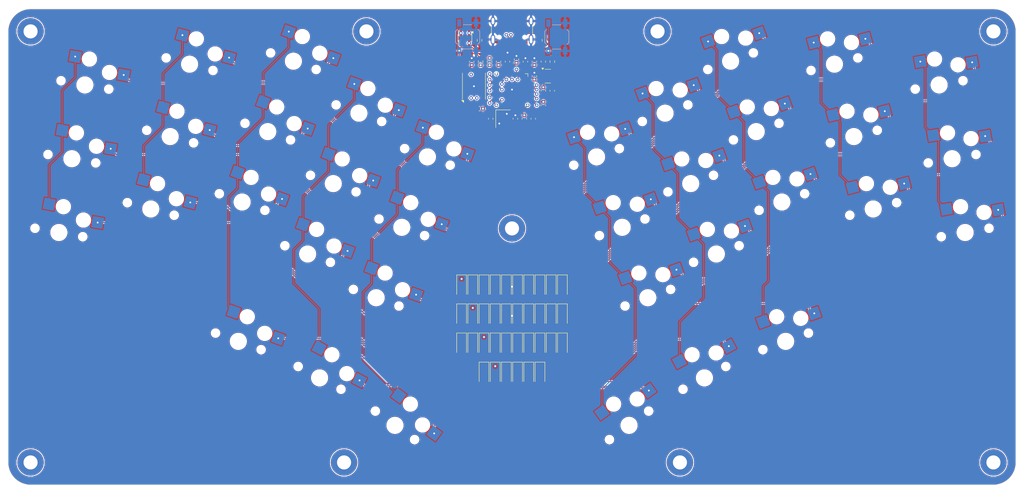
<source format=kicad_pcb>
(kicad_pcb (version 20241229) (generator "pcbnew") (generator_version "9.0")
  (title_block (title "cyberia") (rev "v1.0.0") (company "Unknown"))
  (layers (0 "F.Cu" signal) (4 "In1.Cu" signal) (6 "In2.Cu" signal) (2 "B.Cu" signal) (13 "F.Paste" user) (15 "B.Paste" user) (5 "F.SilkS" user "F.Silkscreen") (7 "B.SilkS" user "B.Silkscreen") (1 "F.Mask" user) (3 "B.Mask" user) (25 "Edge.Cuts" user))
  (net 0 "")
  (net 1 "+3.3V")
  (net 2 "GND")
  (net 3 "Net-(U2-VI)")
  (net 4 "+1V1")
  (net 5 "XOUT")
  (net 6 "XIN")
  (net 7 "R2")
  (net 8 "Net-(D2-A)")
  (net 9 "Net-(D3-A)")
  (net 10 "R1")
  (net 11 "Net-(D4-A)")
  (net 12 "R0")
  (net 13 "Net-(D5-A)")
  (net 14 "Net-(D6-A)")
  (net 15 "Net-(D7-A)")
  (net 16 "Net-(D8-A)")
  (net 17 "Net-(D9-A)")
  (net 18 "Net-(D10-A)")
  (net 19 "Net-(D11-A)")
  (net 20 "Net-(D12-A)")
  (net 21 "Net-(D13-A)")
  (net 22 "Net-(D14-A)")
  (net 23 "Net-(D15-A)")
  (net 24 "Net-(D16-A)")
  (net 25 "Net-(D17-A)")
  (net 26 "R3")
  (net 27 "Net-(D18-A)")
  (net 28 "Net-(D19-A)")
  (net 29 "Net-(D21-A)")
  (net 30 "Net-(D22-A)")
  (net 31 "Net-(D23-A)")
  (net 32 "Net-(D24-A)")
  (net 33 "Net-(D25-A)")
  (net 34 "Net-(D26-A)")
  (net 35 "Net-(D27-A)")
  (net 36 "Net-(D28-A)")
  (net 37 "Net-(D29-A)")
  (net 38 "Net-(D30-A)")
  (net 39 "Net-(D31-A)")
  (net 40 "Net-(D32-A)")
  (net 41 "Net-(D33-A)")
  (net 42 "Net-(D34-A)")
  (net 43 "Net-(D35-A)")
  (net 44 "Net-(D36-A)")
  (net 45 "Net-(D37-A)")
  (net 46 "Net-(D38-A)")
  (net 47 "Net-(F1-Pad2)")
  (net 48 "VBUS")
  (net 49 "D+")
  (net 50 "Net-(J1-CC1)")
  (net 51 "Net-(J1-CC2)")
  (net 54 "D-")
  (net 55 "DP")
  (net 56 "Net-(U1-USB_DP)")
  (net 57 "DN")
  (net 58 "Net-(U1-USB_DM)")
  (net 59 "RUN")
  (net 60 "Net-(U4-~{CS})")
  (net 63 "C9")
  (net 67 "C4")
  (net 71 "C5")
  (net 74 "SD1")
  (net 75 "C6")
  (net 76 "C3")
  (net 78 "SD0")
  (net 79 "C0")
  (net 82 "SD2")
  (net 83 "SD3")
  (net 85 "C1")
  (net 88 "C7")
  (net 89 "C8")
  (net 91 "C2")
  (net 93 "SCLK")
  (footprint "PG1350" (layer "F.Cu") (at 264.423075 146.665123 20)
    (property "Reference" "SW27" (hide yes))
    (property "Value" "" (hide yes))
  )
  (footprint "Diode_SMD:D_MiniMELF" (layer "F.Cu") (at 209.55 185.646 -90)
    (property "Reference" "D38" (hide yes))
    (property "Value" "D_Small_Filled" (hide yes))
  )
  (footprint "Diode_SMD:D_MiniMELF" (layer "F.Cu") (at 194.31 179.042 -90)
    (property "Reference" "D11" (hide yes))
    (property "Value" "D_Small_Filled" (hide yes))
  )
  (footprint "Connector_USB:USB_C_Receptacle_GCT_USB4105-xx-A_16P_TopMnt_Horizontal" (layer "F.Cu") (at 203.2 106.68 180)
    (property "Reference" "J1" (hide yes))
    (property "Value" "USB_C_Receptacle_USB2.0_16P")
  )
  (footprint "Package_SON:WSON-8-1EP_6x5mm_P1.27mm_EP3.4x4mm" (layer "F.Cu") (at 194.564 120.396 90)
    (property "Reference" "U4" (hide yes))
    (property "Value" "MX25R3235FZNxx0")
  )
  (footprint "Diode_SMD:D_MiniMELF" (layer "F.Cu") (at 201.93 179.042 -90)
    (property "Reference" "D2" (hide yes))
    (property "Value" "D_Small_Filled" (hide yes))
  )
  (footprint "Diode_SMD:D_MiniMELF" (layer "F.Cu") (at 204.47 165.862 -90)
    (property "Reference" "D23" (hide yes))
    (property "Value" "D_Small_Filled")
  )
  (footprint "Resistor_SMD:R_0603_1608Metric" (layer "F.Cu") (at 198.12 114.808 -90)
    (property "Reference" "R2" (hide yes))
    (property "Value" "22R")
  )
  (footprint "Diode_SMD:D_MiniMELF" (layer "F.Cu") (at 212.09 165.862 -90)
    (property "Reference" "D32" (hide yes))
    (property "Value" "D_Small_Filled")
  )
  (footprint "Diode_SMD:D_MiniMELF" (layer "F.Cu") (at 207.01 185.646 -90)
    (property "Reference" "D37" (hide yes))
    (property "Value" "D_Small_Filled" (hide yes))
  )
  (footprint "MountingHole:MountingHole_3.2mm_M3" (layer "F.Cu") (at 165.1 205.74)
    (property "Reference" "H6" (hide yes))
    (property "Value" "MountingHole_Pad")
  )
  (footprint "Capacitor_SMD:C_0603_1608Metric" (layer "F.Cu") (at 202.184 114.808 90)
    (property "Reference" "C10" (hide yes))
    (property "Value" "100n")
  )
  (footprint "PG1350" (layer "F.Cu") (at 130.053532 115.395464 -15)
    (property "Reference" "SW7" (hide yes))
    (property "Value" "" (hide yes))
  )
  (footprint "Diode_SMD:D_MiniMELF" (layer "F.Cu") (at 207.01 165.862 -90)
    (property "Reference" "D26" (hide yes))
    (property "Value" "D_Small_Filled")
  )
  (footprint "Capacitor_SMD:C_0603_1608Metric" (layer "F.Cu") (at 204.216 114.3 90)
    (property "Reference" "C2" (hide yes))
    (property "Value" "100n")
  )
  (footprint "Capacitor_SMD:C_0603_1608Metric" (layer "F.Cu") (at 208.28 118.11 90)
    (property "Reference" "C5" (hide yes))
    (property "Value" "100n")
  )
  (footprint "PG1350" (layer "F.Cu") (at 285.146315 148.236943 15)
    (property "Reference" "SW24" (hide yes))
    (property "Value" "" (hide yes))
  )
  (footprint "MountingHole:MountingHole_3.2mm_M3" (layer "F.Cu") (at 93.98 205.74)
    (property "Reference" "H5" (hide yes))
    (property "Value" "MountingHole_Pad")
  )
  (footprint "PG1350" (layer "F.Cu") (at 303.04898 136.836814 10)
    (property "Reference" "SW22" (hide yes))
    (property "Value" "" (hide yes))
  )
  (footprint "Capacitor_SMD:C_0603_1608Metric" (layer "F.Cu") (at 208.026 127.762 -90)
    (property "Reference" "C11" (hide yes))
    (property "Value" "100n")
  )
  (footprint "Diode_SMD:D_MiniMELF" (layer "F.Cu") (at 194.31 165.862 -90)
    (property "Reference" "D13" (hide yes))
    (property "Value" "D_Small_Filled")
  )
  (footprint "PG1350" (layer "F.Cu") (at 228.2 152.4 20)
    (property "Reference" "SW34" (hide yes))
    (property "Value" "" (hide yes))
  )
  (footprint "Diode_SMD:D_MiniMELF" (layer "F.Cu") (at 214.63 172.438 -90)
    (property "Reference" "D34" (hide yes))
    (property "Value" "D_Small_Filled")
  )
  (footprint "Diode_SMD:D_MiniMELF" (layer "F.Cu") (at 191.77 165.862 -90)
    (property "Reference" "D16" (hide yes))
    (property "Value" "D_Small_Filled")
  )
  (footprint "PG1350" (layer "F.Cu") (at 141.976924 146.665123 -20)
    (property "Reference" "SW8" (hide yes))
    (property "Value" "" (hide yes))
  )
  (footprint "PG1350" (layer "F.Cu") (at 243.746386 142.484867 20)
    (property "Reference" "SW31" (hide yes))
    (property "Value" "" (hide yes))
  )
  (footprint "Diode_SMD:D_MiniMELF" (layer "F.Cu") (at 209.55 165.862 -90)
    (property "Reference" "D29" (hide yes))
    (property "Value" "D_Small_Filled")
  )
  (footprint "PG1350" (layer "F.Cu") (at 125.653608 131.816204 -15)
    (property "Reference" "SW6" (hide yes))
    (property "Value" "" (hide yes))
  )
  (footprint "PG1350" (layer "F.Cu") (at 249.560729 158.459641 20)
    (property "Reference" "SW30" (hide yes))
    (property "Value" "" (hide yes))
  )
  (footprint "Diode_SMD:D_MiniMELF" (layer "F.Cu") (at 204.47 179.042 -90)
    (property "Reference" "D21" (hide yes))
    (property "Value" "D_Small_Filled")
  )
  (footprint "Diode_SMD:D_MiniMELF" (layer "F.Cu") (at 212.09 179.042 -90)
    (property "Reference" "D30" (hide yes))
    (property "Value" "D_Small_Filled")
  )
  (footprint "Diode_SMD:D_MiniMELF" (layer "F.Cu") (at 199.39 165.862 -90)
    (property "Reference" "D7" (hide yes))
    (property "Value" "D_Small_Filled")
  )
  (footprint "Fuse:Fuse_0603_1608Metric" (layer "F.Cu") (at 210.312 114.808 -90)
    (property "Reference" "F1" (hide yes))
    (property "Value" "1A")
  )
  (footprint "PG1350" (layer "F.Cu") (at 147.791267 130.690348 -20)
    (property "Reference" "SW9" (hide yes))
    (property "Value" "" (hide yes))
  )
  (footprint "MountingHole:MountingHole_3.2mm_M3" (layer "F.Cu") (at 312.42 107.95)
    (property "Reference" "H4" (hide yes))
    (property "Value" "MountingHole_Pad")
  )
  (footprint "PG1350" (layer "F.Cu") (at 258.608733 130.690348 20)
    (property "Reference" "SW28" (hide yes))
    (property "Value" "" (hide yes))
  )
  (footprint "PG1350" (layer "F.Cu") (at 246.852981 186.559705 28)
    (property "Reference" "SW37" (hide yes))
    (property "Value" "" (hide yes))
  )
  (footprint "MountingHole:MountingHole_3.2mm_M3" (layer "F.Cu") (at 236.22 107.95)
    (property "Reference" "H3" (hide yes))
    (property "Value" "MountingHole_Pad")
  )
  (footprint "PG1350" (layer "F.Cu") (at 172.385657 168.374774 -20)
    (property "Reference" "SW14" (hide yes))
    (property "Value" "" (hide yes))
  )
  (footprint "Diode_SMD:D_MiniMELF" (layer "F.Cu") (at 201.93 172.438 -90)
    (property "Reference" "D3" (hide yes))
    (property "Value" "D_Small_Filled")
  )
  (footprint "PG1350" (layer "F.Cu") (at 176.64854 197.328177 -36)
    (property "Reference" "SW19" (hide yes))
    (property "Value" "" (hide yes))
  )
  (footprint "Diode_SMD:D_MiniMELF" (layer "F.Cu") (at 214.63 165.862 -90)
    (property "Reference" "D35" (hide yes))
    (property "Value" "D_Small_Filled")
  )
  (footprint "PG1350" (layer "F.Cu") (at 276.346467 115.395464 15)
    (property "Reference" "SW26" (hide yes))
    (property "Value" "" (hide yes))
  )
  (footprint "Diode_SMD:D_MiniMELF" (layer "F.Cu") (at 209.55 179.042 -90)
    (property "Reference" "D27" (hide yes))
    (property "Value" "D_Small_Filled")
  )
  (footprint "PG1350" (layer "F.Cu") (at 229.751459 197.328177 36)
    (property "Reference" "SW38" (hide yes))
    (property "Value" "" (hide yes))
  )
  (footprint "Diode_SMD:D_MiniMELF" (layer "F.Cu") (at 196.85 165.862 -90)
    (property "Reference" "D10" (hide yes))
    (property "Value" "D_Small_Filled")
  )
  (footprint "PG1350" (layer "F.Cu") (at 222.385657 136.425225 20)
    (property "Reference" "SW35" (hide yes))
    (property "Value" "" (hide yes))
  )
  (footprint "PG1350" (layer "F.Cu") (at 103.351019 136.836814 -10)
    (property "Reference" "SW3" (hide yes))
    (property "Value" "" (hide yes))
  )
  (footprint "MountingHole:MountingHole_3.2mm_M3" (layer "F.Cu") (at 93.98 107.95)
    (property "Reference" "H1" (hide yes))
    (property "Value" "MountingHole_Pad")
  )
  (footprint "PG1350" (layer "F.Cu") (at 121.253685 148.236943 -15)
    (property "Reference" "SW5" (hide yes))
    (property "Value" "" (hide yes))
  )
  (footprint "PG1350" (layer "F.Cu") (at 184.014342 136.425225 -20)
    (property "Reference" "SW16" (hide yes))
    (property "Value" "" (hide yes))
  )
  (footprint "PG1350" (layer "F.Cu") (at 100.399 153.578546 -10)
    (property "Reference" "SW2" (hide yes))
    (property "Value" "" (hide yes))
  )
  (footprint "Diode_SMD:D_MiniMELF" (layer "F.Cu") (at 194.31 172.438 -90)
    (property "Reference" "D12" (hide yes))
    (property "Value" "D_Small_Filled")
  )
  (footprint "PG1350" (layer "F.Cu") (at 265.286753 178.276103 20)
    (property "Reference" "SW36" (hide yes))
    (property "Value" "" (hide yes))
  )
  (footprint "PG1350" (layer "F.Cu") (at 234.014342 168.374774 20)
    (property "Reference" "SW33" (hide yes))
    (property "Value" "" (hide yes))
  )
  (footprint "Diode_SMD:D_MiniMELF" (layer "F.Cu") (at 204.47 172.438 -90)
    (property "Reference" "D22" (hide yes))
    (property "Value" "D_Small_Filled")
  )
  (footprint "Capacitor_SMD:C_0603_1608Metric" (layer "F.Cu") (at 206.248 114.808 90)
    (property "Reference" "C9" (hide yes))
    (property "Value" "1u")
  )
  (footprint "Capacitor_SMD:C_0603_1608Metric" (layer "F.Cu") (at 200.152 114.808 90)
    (property "Reference" "C3" (hide yes))
    (property "Value" "100n")
  )
  (footprint "Package_TO_SOT_SMD:SOT-23-6" (layer "F.Cu") (at 192.532 109.474 -90)
    (property "Reference" "U3" (hide yes))
    (property "Value" "USBLC6-2SC6")
  )
  (footprint "PG1350" (layer "F.Cu") (at 156.839271 158.459641 -20)
    (property "Reference" "SW11" (hide yes))
    (property "Value" "" (hide yes))
  )
  (footprint "Capacitor_SMD:C_0603_1608Metric" (layer "F.Cu") (at 203.962 127.762 90)
    (property "Reference" "C12" (hide yes))
    (property "Value" "10p")
  )
  (footprint "MountingHole:MountingHole_3.2mm_M3" (layer "F.Cu") (at 203.2 152.654)
    (property "Reference" "H9" (hide yes))
    (property "Value" "MountingHole_Pad")
  )
  (footprint "Capacitor_SMD:C_0603_1608Metric" (layer "F.Cu") (at 198.374 127.762 -90)
    (property "Reference" "C13" (hide yes))
    (property "Value" "10p")
  )
  (footprint "Diode_SMD:D_MiniMELF" (layer "F.Cu") (at 209.55 172.438 -90)
    (property "Reference" "D28" (hide yes))
    (property "Value" "D_Small_Filled")
  )
  (footprint "PG1350" (layer "F.Cu") (at 159.547019 186.559705 -28)
    (property "Reference" "SW18" (hide yes))
    (property "Value" "" (hide yes))
  )
  (footprint "Diode_SMD:D_MiniMELF" (layer "F.Cu") (at 212.09 172.438 -90)
    (property "Reference" "D31" (hide yes))
    (property "Value" "D_Small_Filled")
  )
  (footprint "PG1350" (layer "F.Cu") (at 153.605609 114.715574 -20)
    (property "Reference" "SW10" (hide yes))
    (property "Value" "" (hide yes))
  )
  (footprint "Diode_SMD:D_MiniMELF" (layer "F.Cu") (at 196.85 172.438 -90)
    (property "Reference" "D9" (hide yes))
    (property "Value" "D_Small_Filled")
  )
  (footprint "Diode_SMD:D_MiniMELF" (layer "F.Cu") (at 201.93 185.646 -90)
    (property "Reference" "D17" (hide yes))
    (property "Value" "D_Small_Filled" (hide yes))
  )
  (footprint "Package_DFN_QFN:QFN-56-1EP_7x7mm_P0.4mm_EP3.2x3.2mm" (layer "F.Cu") (at 203.2 121.158)
    (property "Reference" "U1" (hide yes))
    (property "Value" "RP2040")
  )
  (footprint "PG1350" (layer "F.Cu") (at 162.653613 142.484867 -20)
    (property "Reference" "SW12" (hide yes))
    (property "Value" "" (hide yes))
  )
  (footprint "Diode_SMD:D_MiniMELF" (layer "F.Cu") (at 199.39 185.646 -90)
    (property "Reference" "D18" (hide yes))
    (property "Value" "D_Small_Filled" (hide yes))
  )
  (footprint "Diode_SMD:D_MiniMELF" (layer "F.Cu") (at 207.01 172.438 -90)
    (property "Reference" "D25" (hide yes))
    (property "Value" "D_Small_Filled")
  )
  (footprint "PG1350" (layer "F.Cu") (at 106.303038 120.095082 -10)
    (property "Reference" "SW4" (hide yes))
    (property "Value" "" (hide yes))
  )
  (footprint "Capacitor_SMD:C_0603_1608Metric" (layer "F.Cu") (at 210.312 121.412 -90)
    (property "Reference" "C15" (hide yes))
    (property "Value" "1u")
  )
  (footprint "Capacitor_SMD:C_0603_1608Metric" (layer "F.Cu") (at 210.312 124.714 -90)
    (property "Reference" "C4" (hide yes))
    (property "Value" "100n")
  )
  (footprint "Diode_SMD:D_MiniMELF" (layer "F.Cu") (at 214.63 179.042 -90)
    (property "Reference" "D33" (hide yes))
    (property "Value" "D_Small_Filled")
  )
  (footprint "Capacitor_SMD:C_0603_1608Metric" (layer "F.Cu") (at 212.344 121.412 -90)
    (property "Reference" "C8" (hide yes))
    (property "Value" "1u")
  )
  (footprint "PG1350" (layer "F.Cu") (at 306.000999 153.578546 10)
    (property "Reference" "SW21" (hide yes))
    (property "Value" "" (hide yes))
  )
  (footprint "Resistor_SMD:R_0603_1608Metric" (layer "F.Cu") (at 196.088 114.808 -90)
    (property "Reference" "R1" (hide yes))
    (property "Value" "22R")
  )
  (footprint "Resistor_SMD:R_0603_1608Metric" (layer "F.Cu") (at 210.566 109.982 -90)
    (property "Reference" "R4" (hide yes))
    (property "Value" "5.1K")
  )
  (footprint "Capacitor_SMD:C_0603_1608Metric" (layer "F.Cu") (at 195.834 125.476 180)
    (property "Reference" "C6" (hide yes))
    (property "Value" "100n")
  )
  (footprint "PG1350" (layer "F.Cu") (at 168.467956 126.510092 -20)
    (property "Reference" "SW13" (hide yes))
    (property "Value" "" (hide yes))
  )
  (footprint "MountingHole:MountingHole_3.2mm_M3" (layer "F.Cu") (at 170.18 107.95)
    (property "Reference" "H2" (hide yes))
    (property "Value" "MountingHole_Pad")
  )
  (footprint "PG1350" (layer "F.Cu") (at 178.2 152.4 -20)
    (property "Reference" "SW15" (hide yes))
    (property "Value" "" (hide yes))
  )
  (footprint "Diode_SMD:D_MiniMELF" (layer "F.Cu") (at 196.85 179.042 -90)
    (property "Reference" "D8" (hide yes))
    (property "Value" "D_Small_Filled" (hide yes))
  )
  (footprint "Resistor_SMD:R_0603_1608Metric" (layer "F.Cu") (at 195.834 109.982 -90)
    (property "Reference" "R3" (hide yes))
    (property "Value" "5.1K")
  )
  (footprint "Diode_SMD:D_MiniMELF" (layer "F.Cu") (at 207.01 179.042 -90)
    (property "Reference" "D24" (hide yes))
    (property "Value" "D_Small_Filled")
  )
  (footprint "Diode_SMD:D_MiniMELF" (layer "F.Cu") (at 199.39 172.438 -90)
    (property "Reference" "D6" (hide yes))
    (property "Value" "D_Small_Filled")
  )
  (footprint "Package_TO_SOT_SMD:SOT-23" (layer "F.Cu") (at 211.328 118.11)
    (property "Reference" "U2" (hide yes))
    (property "Value" "AP2127N-3.3")
  )
  (footprint "PG1350" (layer "F.Cu") (at 280.746391 131.816204 15)
    (property "Reference" "SW25" (hide yes))
    (property "Value" "" (hide yes))
  )
  (footprint "Diode_SMD:D_MiniMELF" (layer "F.Cu") (at 201.93 165.862 -90)
    (property "Reference" "D4" (hide yes))
    (property "Value" "D_Small_Filled")
  )
  (footprint "Crystal:Crystal_SMD_3225-4Pin_3.2x2.5mm" (layer "F.Cu") (at 201.168 127.762 -90)
    (property "Reference" "Y1" (hide yes))
    (property "Value" "Crystal_GND24")
  )
  (footprint "Capacitor_SMD:C_0603_1608Metric" (layer "F.Cu") (at 208.28 114.808 90)
    (property "Reference" "C1" (hide yes))
    (property "Value" "1u")
  )
  (footprint "PG1350" (layer "F.Cu") (at 300.096961 120.095082 10)
    (property "Reference" "SW23" (hide yes))
    (property "Value" "" (hide yes))
  )
  (footprint "MountingHole:MountingHole_3.2mm_M3" (layer "F.Cu") (at 312.42 205.74)
    (property "Reference" "H8" (hide yes))
    (property "Value" "MountingHole_Pad")
  )
  (footprint "PG1350" (layer "F.Cu") (at 141.113246 178.276103 -20)
    (property "Reference" "SW17" (hide yes))
    (property "Value" "" (hide yes))
  )
  (footprint "MountingHole:MountingHole_3.2mm_M3" (layer "F.Cu") (at 241.3 205.74)
    (property "Reference" "H7" (hide yes))
    (property "Value" "MountingHole_Pad")
  )
  (footprint "Diode_SMD:D_MiniMELF" (layer "F.Cu") (at 196.85 185.646 -90)
    (property "Reference" "D19" (hide yes))
    (property "Value" "D_Small_Filled" (hide yes))
  )
  (footprint "Diode_SMD:D_MiniMELF" (layer "F.Cu") (at 199.39 179.042 -90)
    (property "Reference" "D5" (hide yes))
    (property "Value" "D_Small_Filled" (hide yes))
  )
  (footprint "PG1350" (layer "F.Cu") (at 252.79439 114.715574 20)
    (property "Reference" "SW29" (hide yes))
    (property "Value" "" (hide yes))
  )
  (footprint "Diode_SMD:D_MiniMELF" (layer "F.Cu") (at 191.77 172.438 -90)
    (property "Reference" "D15" (hide yes))
    (property "Value" "D_Small_Filled")
  )
  (footprint "Diode_SMD:D_MiniMELF" (layer "F.Cu") (at 191.77 179.042 -90)
    (property "Reference" "D14" (hide yes))
    (property "Value" "D_Small_Filled" (hide yes))
  )
  (footprint "Capacitor_SMD:C_0603_1608Metric" (layer "F.Cu") (at 194.056 114.808 90)
    (property "Reference" "C14" (hide yes))
    (property "Value" "1u")
  )
  (footprint "Resistor_SMD:R_0603_1608Metric" (layer "F.Cu") (at 212.344 114.808 -90)
    (property "Reference" "FB1" (hide yes))
    (property "Value" "100 Ohm @ 100MHz")
  )
  (footprint "Diode_SMD:D_MiniMELF" (layer "F.Cu") (at 204.47 185.646 -90)
    (property "Reference" "D36" (hide yes))
    (property "Value" "D_Small_Filled" (hide yes))
  )
  (footprint "Capacitor_SMD:C_0603_1608Metric" (layer "F.Cu") (at 205.994 127.762 -90)
    (property "Reference" "C7" (hide yes))
    (property "Value" "100n")
  )
  (footprint "PG1350" (layer "F.Cu") (at 237.932044 126.510092 20)
    (property "Reference" "SW32" (hide yes))
    (property "Value" "" (hide yes))
  )
  (footprint "Button_Switch_SMD:SW_SPST_TL3342" (layer "B.Cu") (at 213.36 109.22 90)
    (property "Reference" "SW39" (hide yes))
    (property "Value" "Reset")
  )
  (footprint "Button_Switch_SMD:SW_SPST_TL3342" (layer "B.Cu") (at 193.1355 109.182 90)
    (property "Reference" "SW40" (hide yes))
    (property "Value" "ROM")
  )
  (gr_arc (start 88.9 107.95) (mid 90.387898 104.357898) (end 93.98 102.87) (stroke (width 0.05)) (layer "Edge.Cuts"))
  (gr_arc (start 312.42 102.87) (mid 316.012102 104.357898) (end 317.5 107.95) (stroke (width 0.05)) (layer "Edge.Cuts"))
  (gr_arc (start 317.5 205.74) (mid 316.012102 209.332102) (end 312.42 210.82) (stroke (width 0.05)) (layer "Edge.Cuts"))
  (gr_line (start 317.5 107.95) (end 317.5 205.74) (stroke (width 0.05)) (layer "Edge.Cuts"))
  (gr_line (start 88.9 205.74) (end 88.9 107.95) (stroke (width 0.05)) (layer "Edge.Cuts"))
  (gr_arc (start 93.98 210.82) (mid 90.387898 209.332102) (end 88.9 205.74) (stroke (width 0.05)) (layer "Edge.Cuts"))
  (gr_line (start 93.98 102.87) (end 312.42 102.87) (stroke (width 0.05)) (layer "Edge.Cuts"))
  (gr_line (start 312.42 210.82) (end 93.98 210.82) (stroke (width 0.05)) (layer "Edge.Cuts"))
  (segment (start 197.419 122.645636) (end 197.419 124.666) (width 0.2) (layer "F.Cu") (net 1))
  (segment (start 199.644 118.4395) (end 199.644 117.602) (width 0.2) (layer "F.Cu") (net 1))
  (segment (start 207.277 116.586) (end 208.28 115.583) (width 0.2) (layer "F.Cu") (net 1))
  (segment (start 208.087 122.997) (end 208.087 123.480364) (width 0.2) (layer "F.Cu") (net 1))
  (segment (start 210.3905 119.06) (end 210.3905 120.5585) (width 0.2) (layer "F.Cu") (net 1))
  (segment (start 208.2735 118.8785) (end 208.28 118.885) (width 0.2) (layer "F.Cu") (net 1))
  (segment (start 197.419 124.666) (end 196.609 125.476) (width 0.2) (layer "F.Cu") (net 1))
  (segment (start 206.6375 118.558) (end 205.8 117.7205) (width 0.2) (layer "F.Cu") (net 1))
  (segment (start 204.214 126.236) (end 205.243 126.236) (width 0.2) (layer "F.Cu") (net 1))
  (segment (start 199.7625 122.158) (end 197.906636 122.158) (width 0.2) (layer "F.Cu") (net 1))
  (segment (start 205.4 116.926) (end 205.74 116.586) (width 0.2) (layer "F.Cu") (net 1))
  (segment (start 205.74 116.586) (end 207.277 116.586) (width 0.2) (layer "F.Cu") (net 1))
  (segment (start 192.659 117.221) (end 192.659 117.7335) (width 0.2) (layer "F.Cu") (net 1))
  (segment (start 203.4 125.422) (end 204.214 126.236) (width 0.2) (layer "F.Cu") (net 1))
  (segment (start 197.906636 122.158) (end 197.419 122.645636) (width 0.2) (layer "F.Cu") (net 1))
  (segment (start 193.929 115.71) (end 194.056 115.583) (width 0.2) (layer "F.Cu") (net 1))
  (segment (start 203.8 117.7205) (end 203.4 117.7205) (width 0.2) (layer "F.Cu") (net 1))
  (segment (start 206.6375 122.158) (end 207.248 122.158) (width 0.2) (layer "F.Cu") (net 1))
  (segment (start 210.3905 120.5585) (end 210.312 120.637) (width 0.2) (layer "F.Cu") (net 1))
  (segment (start 207.953 118.558) (end 208.2735 118.8785) (width 0.2) (layer "F.Cu") (net 1))
  (segment (start 203.4 124.5955) (end 203.4 125.422) (width 0.2) (layer "F.Cu") (net 1))
  (segment (start 208.087 123.480364) (end 208.545636 123.939) (width 0.2) (layer "F.Cu") (net 1))
  (segment (start 203.4 115.891) (end 204.216 115.075) (width 0.2) (layer "F.Cu") (net 1))
  (segment (start 206.6375 118.558) (end 207.953 118.558) (width 0.2) (layer "F.Cu") (net 1))
  (segment (start 205.243 126.236) (end 205.994 126.987) (width 0.2) (layer "F.Cu") (net 1))
  (segment (start 205.4 116.926) (end 205.4 117.7205) (width 0.2) (layer "F.Cu") (net 1))
  (segment (start 199.7625 118.558) (end 199.644 118.4395) (width 0.2) (layer "F.Cu") (net 1))
  (segment (start 208.545636 123.939) (end 210.312 123.939) (width 0.2) (layer "F.Cu") (net 1))
  (segment (start 194.056 115.583) (end 194.056 115.824) (width 0.2) (layer "F.Cu") (net 1))
  (segment (start 207.248 122.158) (end 208.087 122.997) (width 0.2) (layer "F.Cu") (net 1))
  (segment (start 194.056 115.824) (end 192.659 117.221) (width 0.2) (layer "F.Cu") (net 1))
  (segment (start 203.4 117.7205) (end 203.4 115.891) (width 0.2) (layer "F.Cu") (net 1))
  (via (at 210.312 123.939) (size 0.8) (drill 0.4) (layers "F.Cu" "B.Cu") (net 1))
  (via (at 208.28 115.583) (size 0.8) (drill 0.4) (layers "F.Cu" "B.Cu") (net 1))
  (via (at 205.994 126.987) (size 0.8) (drill 0.4) (layers "F.Cu" "B.Cu") (net 1))
  (via (at 194.056 115.583) (size 0.8) (drill 0.4) (layers "F.Cu" "B.Cu") (net 1))
  (via (at 210.312 120.637) (size 0.8) (drill 0.4) (layers "F.Cu" "B.Cu") (net 1))
  (via (at 208.2735 118.8785) (size 0.8) (drill 0.4) (layers "F.Cu" "B.Cu") (net 1))
  (via (at 199.644 117.602) (size 0.8) (drill 0.4) (layers "F.Cu" "B.Cu") (net 1))
  (via (at 204.216 115.075) (size 0.8) (drill 0.4) (layers "F.Cu" "B.Cu") (net 1))
  (via (at 196.609 125.476) (size 0.8) (drill 0.4) (layers "F.Cu" "B.Cu") (net 1))
  (via (at 200.152 115.583) (size 0.8) (drill 0.4) (layers "F.Cu" "B.Cu") (net 1))
  (segment (start 202.2 122.158) (end 203.2 121.158) (width 0.2) (layer "F.Cu") (net 2))
  (segment (start 202.2 124.5955) (end 202.2 122.158) (width 0.2) (layer "F.Cu") (net 2))
  (via (at 208.28 114.033) (size 0.8) (drill 0.4) (layers "F.Cu" "B.Cu") (net 2))
  (via (at 194.056 114.033) (size 0.8) (drill 0.4) (layers "F.Cu" "B.Cu") (net 2))
  (via (at 203.2 172.466) (size 0.8) (drill 0.4) (layers "F.Cu" "B.Cu") (net 2))
  (via (at 200.318 128.862) (size 0.8) (drill 0.4) (layers "F.Cu" "B.Cu") (net 2))
  (via (at 203.962 126.987) (size 0.8) (drill 0.4) (layers "F.Cu" "B.Cu") (net 2))
  (via (at 204.216 113.525) (size 0.8) (drill 0.4) (layers "F.Cu" "B.Cu") (net 2))
  (via (at 208.28 117.335) (size 0.8) (drill 0.4) (layers "F.Cu" "B.Cu") (net 2))
  (via (at 203.2 165.862) (size 0.8) (drill 0.4) (layers "F.Cu" "B.Cu") (net 2))
  (via (at 194.564 120.396) (size 0.8) (drill 0.4) (layers "F.Cu" "B.Cu") (net 2))
  (via (at 206.248 114.033) (size 0.8) (drill 0.4) (layers "F.Cu" "B.Cu") (net 2))
  (via (at 202.184 112.776) (size 0.8) (drill 0.4) (layers "F.Cu" "B.Cu") (net 2))
  (via (at 202.018 126.662) (size 0.8) (drill 0.4) (layers "F.Cu" "B.Cu") (net 2))
  (via (at 203.2 121.158) (size 0.8) (drill 0.4) (layers "F.Cu" "B.Cu") (net 2))
  (segment (start 212.344 118.1885) (end 212.2655 118.11) (width 0.2) (layer "F.Cu") (net 3))
  (segment (start 212.344 115.633) (end 212.344 118.0315) (width 0.2) (layer "F.Cu") (net 3))
  (segment (start 212.344 118.0315) (end 212.2655 118.11) (width 0.2) (layer "F.Cu") (net 3))
  (segment (start 212.344 120.637) (end 212.344 118.1885) (width 0.2) (layer "F.Cu") (net 3))
  (segment (start 202.184 115.583) (end 203.443 114.324) (width 0.2) (layer "F.Cu") (net 4))
  (segment (start 204.29 125.804) (end 206.843 125.804) (width 0.2) (layer "F.Cu") (net 4))
  (segment (start 203.8 124.5955) (end 203.8 125.314) (width 0.2) (layer "F.Cu") (net 4))
  (segment (start 204.978 123.19) (end 204.47 123.19) (width 0.2) (layer "F.Cu") (net 4))
  (segment (start 205 117.7205) (end 205 116.831) (width 0.2) (layer "F.Cu") (net 4))
  (segment (start 202.184 115.583) (end 203 116.399) (width 0.2) (layer "F.Cu") (net 4))
  (segment (start 205.232 122.936) (end 204.978 123.19) (width 0.2) (layer "F.Cu") (net 4))
  (segment (start 206.843 125.804) (end 208.026 126.987) (width 0.2) (layer "F.Cu") (net 4))
  (segment (start 204.47 123.19) (end 203.8 123.86) (width 0.2) (layer "F.Cu") (net 4))
  (segment (start 203 117.7205) (end 203 116.399) (width 0.2) (layer "F.Cu") (net 4))
  (segment (start 203.8 125.314) (end 204.29 125.804) (width 0.2) (layer "F.Cu") (net 4))
  (segment (start 205.232 118.574) (end 205 118.342) (width 0.2) (layer "F.Cu") (net 4))
  (segment (start 205 116.831) (end 206.248 115.583) (width 0.2) (layer "F.Cu") (net 4))
  (segment (start 204.989 114.324) (end 206.248 115.583) (width 0.2) (layer "F.Cu") (net 4))
  (segment (start 203.8 123.86) (end 203.8 124.5955) (width 0.2) (layer "F.Cu") (net 4))
  (segment (start 205.232 118.574) (end 205.232 122.936) (width 0.2) (layer "F.Cu") (net 4))
  (segment (start 205 117.7205) (end 205 118.342) (width 0.2) (layer "F.Cu") (net 4))
  (segment (start 203.443 114.324) (end 204.989 114.324) (width 0.2) (layer "F.Cu") (net 4))
  (segment (start 203 124.5955) (end 203 127.88) (width 0.2) (layer "F.Cu") (net 5))
  (segment (start 202.862 128.862) (end 203.187 128.537) (width 0.2) (layer "F.Cu") (net 5))
  (segment (start 203.187 128.537) (end 203.962 128.537) (width 0.2) (layer "F.Cu") (net 5))
  (segment (start 203 127.88) (end 202.018 128.862) (width 0.2) (layer "F.Cu") (net 5))
  (segment (start 202.018 128.862) (end 202.862 128.862) (width 0.2) (layer "F.Cu") (net 5))
  (segment (start 201.404 125.476) (end 200.318 126.562) (width 0.2) (layer "F.Cu") (net 6))
  (segment (start 198.699 126.662) (end 198.374 126.987) (width 0.2) (layer "F.Cu") (net 6))
  (segment (start 202.6 125.314) (end 202.438 125.476) (width 0.2) (layer "F.Cu") (net 6))
  (segment (start 202.6 124.5955) (end 202.6 125.314) (width 0.2) (layer "F.Cu") (net 6))
  (segment (start 200.318 126.562) (end 200.318 126.662) (width 0.2) (layer "F.Cu") (net 6))
  (segment (start 202.438 125.476) (end 201.404 125.476) (width 0.2) (layer "F.Cu") (net 6))
  (segment (start 200.318 126.662) (end 198.699 126.662) (width 0.2) (layer "F.Cu") (net 6))
  (segment (start 191.77 177.292) (end 196.85 177.292) (width 0.2) (layer "F.Cu") (net 7))
  (segment (start 199.222 123.358) (end 198.882 123.698) (width 0.2) (layer "F.Cu") (net 7))
  (segment (start 198.882 123.952) (end 199.644 124.714) (width 0.2) (layer "F.Cu") (net 7))
  (segment (start 199.7625 123.358) (end 199.222 123.358) (width 0.2) (layer "F.Cu") (net 7))
  (segment (start 198.882 123.698) (end 198.882 123.952) (width 0.2) (layer "F.Cu") (net 7))
  (segment (start 196.85 177.292) (end 214.63 177.292) (width 0.2) (layer "F.Cu") (net 7))
  (via (at 199.644 124.714) (size 0.8) (drill 0.4) (layers "F.Cu" "B.Cu") (net 7))
  (via (at 196.85 177.292) (size 0.8) (drill 0.4) (layers "F.Cu" "B.Cu") (net 7))
  (segment (start 201.93 180.792) (end 199.995 182.727) (width 0.2) (layer "F.Cu") (net 8))
  (segment (start 141.758732 151.322456) (end 109.199465 151.322456) (width 0.2) (layer "F.Cu") (net 8))
  (segment (start 199.995 182.727) (end 173.163276 182.727) (width 0.2) (layer "F.Cu") (net 8))
  (segment (start 173.163276 182.727) (end 141.758732 151.322456) (width 0.2) (layer "F.Cu") (net 8))
  (via (at 109.199465 151.322456) (size 0.8) (drill 0.4) (layers "F.Cu" "B.Cu") (net 8))
  (segment (start 154.792 141.105862) (end 149.576138 135.89) (width 0.2) (layer "F.Cu") (net 9))
  (segment (start 149.576138 135.89) (end 113.46076 135.89) (width 0.2) (layer "F.Cu") (net 9))
  (segment (start 199.948 176.17) (end 190.574254 176.17) (width 0.2) (layer "F.Cu") (net 9))
  (segment (start 190.574254 176.17) (end 187.518207 173.113953) (width 0.2) (layer "F.Cu") (net 9))
  (segment (start 187.518207 162.747793) (end 182.472414 157.702) (width 0.2) (layer "F.Cu") (net 9))
  (segment (start 175.062276 157.702) (end 163.558276 146.198) (width 0.2) (layer "F.Cu") (net 9))
  (segment (start 113.46076 135.89) (end 112.151484 134.580724) (width 0.2) (layer "F.Cu") (net 9))
  (segment (start 182.472414 157.702) (end 175.062276 157.702) (width 0.2) (layer "F.Cu") (net 9))
  (segment (start 154.792 142.511724) (end 154.792 141.105862) (width 0.2) (layer "F.Cu") (net 9))
  (segment (start 201.93 174.188) (end 199.948 176.17) (width 0.2) (layer "F.Cu") (net 9))
  (segment (start 158.478276 146.198) (end 154.792 142.511724) (width 0.2) (layer "F.Cu") (net 9))
  (segment (start 187.518207 173.113953) (end 187.518207 162.747793) (width 0.2) (layer "F.Cu") (net 9))
  (segment (start 163.558276 146.198) (end 158.478276 146.198) (width 0.2) (layer "F.Cu") (net 9))
  (via (at 112.151484 134.580724) (size 0.8) (drill 0.4) (layers "F.Cu" "B.Cu") (net 9))
  (segment (start 191.77 170.688) (end 214.63 170.688) (width 0.2) (layer "F.Cu") (net 10))
  (segment (start 198.12 123.952) (end 198.12 124.206) (width 0.2) (layer "F.Cu") (net 10))
  (segment (start 199.114 122.958) (end 198.12 123.952) (width 0.2) (layer "F.Cu") (net 10))
  (segment (start 199.7625 122.958) (end 199.114 122.958) (width 0.2) (layer "F.Cu") (net 10))
  (via (at 194.31 170.688) (size 0.8) (drill 0.4) (layers "F.Cu" "B.Cu") (net 10))
  (via (at 198.12 124.206) (size 0.8) (drill 0.4) (layers "F.Cu" "B.Cu") (net 10))
  (segment (start 166.606276 132.482) (end 172.238414 132.482) (width 0.2) (layer "F.Cu") (net 11))
  (segment (start 172.238414 132.482) (end 181.964414 142.208) (width 0.2) (layer "F.Cu") (net 11))
  (segment (start 181.964414 142.208) (end 186.536414 142.208) (width 0.2) (layer "F.Cu") (net 11))
  (segment (start 116.972511 119.708) (end 153.832276 119.708) (width 0.2) (layer "F.Cu") (net 11))
  (segment (start 199.995 169.547) (end 201.93 167.612) (width 0.2) (layer "F.Cu") (net 11))
  (segment (start 190.527254 169.547) (end 199.995 169.547) (width 0.2) (layer "F.Cu") (net 11))
  (segment (start 189.262 160.418552) (end 189.262 168.281746) (width 0.2) (layer "F.Cu") (net 11))
  (segment (start 191.760874 157.919678) (end 189.262 160.418552) (width 0.2) (layer "F.Cu") (net 11))
  (segment (start 153.832276 119.708) (end 166.606276 132.482) (width 0.2) (layer "F.Cu") (net 11))
  (segment (start 189.262 168.281746) (end 190.527254 169.547) (width 0.2) (layer "F.Cu") (net 11))
  (segment (start 191.760874 147.43246) (end 191.760874 157.919678) (width 0.2) (layer "F.Cu") (net 11))
  (segment (start 115.103503 117.838992) (end 116.972511 119.708) (width 0.2) (layer "F.Cu") (net 11))
  (segment (start 186.536414 142.208) (end 191.760874 147.43246) (width 0.2) (layer "F.Cu") (net 11))
  (via (at 115.103503 117.838992) (size 0.8) (drill 0.4) (layers "F.Cu" "B.Cu") (net 11))
  (segment (start 198.498 122.558) (end 198.12 122.936) (width 0.2) (layer "F.Cu") (net 12))
  (segment (start 199.7625 122.558) (end 198.498 122.558) (width 0.2) (layer "F.Cu") (net 12))
  (segment (start 191.77 164.112) (end 214.63 164.112) (width 0.2) (layer "F.Cu") (net 12))
  (via (at 191.77 164.112) (size 0.8) (drill 0.4) (layers "F.Cu" "B.Cu") (net 12))
  (via (at 198.12 122.936) (size 0.8) (drill 0.4) (layers "F.Cu" "B.Cu") (net 12))
  (segment (start 199.39 180.792) (end 197.783 182.399) (width 0.2) (layer "F.Cu") (net 13))
  (segment (start 137.656587 146.756449) (end 130.217293 146.756449) (width 0.2) (layer "F.Cu") (net 13))
  (segment (start 197.783 182.399) (end 173.299138 182.399) (width 0.2) (layer "F.Cu") (net 13))
  (segment (start 173.299138 182.399) (end 137.656587 146.756449) (width 0.2) (layer "F.Cu") (net 13))
  (via (at 130.217293 146.756449) (size 0.8) (drill 0.4) (layers "F.Cu" "B.Cu") (net 13))
  (segment (start 148.008 133.858) (end 138.139506 133.858) (width 0.2) (layer "F.Cu") (net 14))
  (segment (start 155.12 140.97) (end 148.008 133.858) (width 0.2) (layer "F.Cu") (net 14))
  (segment (start 155.12 142.375862) (end 155.12 140.97) (width 0.2) (layer "F.Cu") (net 14))
  (segment (start 187.95 162.715724) (end 182.608276 157.374) (width 0.2) (layer "F.Cu") (net 14))
  (segment (start 182.608276 157.374) (end 175.198138 157.374) (width 0.2) (layer "F.Cu") (net 14))
  (segment (start 158.614138 145.87) (end 155.12 142.375862) (width 0.2) (layer "F.Cu") (net 14))
  (segment (start 197.736 175.842) (end 190.710116 175.842) (width 0.2) (layer "F.Cu") (net 14))
  (segment (start 175.198138 157.374) (end 163.694138 145.87) (width 0.2) (layer "F.Cu") (net 14))
  (segment (start 190.710116 175.842) (end 187.95 173.081884) (width 0.2) (layer "F.Cu") (net 14))
  (segment (start 187.95 173.081884) (end 187.95 162.715724) (width 0.2) (layer "F.Cu") (net 14))
  (segment (start 163.694138 145.87) (end 158.614138 145.87) (width 0.2) (layer "F.Cu") (net 14))
  (segment (start 199.39 174.188) (end 197.736 175.842) (width 0.2) (layer "F.Cu") (net 14))
  (segment (start 138.139506 133.858) (end 134.617216 130.33571) (width 0.2) (layer "F.Cu") (net 14))
  (via (at 134.617216 130.33571) (size 0.8) (drill 0.4) (layers "F.Cu" "B.Cu") (net 14))
  (segment (start 190.663116 169.219) (end 197.783 169.219) (width 0.2) (layer "F.Cu") (net 15))
  (segment (start 189.59 160.554414) (end 189.59 168.145884) (width 0.2) (layer "F.Cu") (net 15))
  (segment (start 182.100276 141.88) (end 186.672276 141.88) (width 0.2) (layer "F.Cu") (net 15))
  (segment (start 172.374276 132.154) (end 182.100276 141.88) (width 0.2) (layer "F.Cu") (net 15))
  (segment (start 139.01714 113.91497) (end 144.48217 119.38) (width 0.2) (layer "F.Cu") (net 15))
  (segment (start 166.742138 132.154) (end 172.374276 132.154) (width 0.2) (layer "F.Cu") (net 15))
  (segment (start 189.59 168.145884) (end 190.663116 169.219) (width 0.2) (layer "F.Cu") (net 15))
  (segment (start 186.672276 141.88) (end 192.088874 147.296598) (width 0.2) (layer "F.Cu") (net 15))
  (segment (start 144.48217 119.38) (end 153.968138 119.38) (width 0.2) (layer "F.Cu") (net 15))
  (segment (start 192.088874 158.05554) (end 189.59 160.554414) (width 0.2) (layer "F.Cu") (net 15))
  (segment (start 197.783 169.219) (end 199.39 167.612) (width 0.2) (layer "F.Cu") (net 15))
  (segment (start 153.968138 119.38) (end 166.742138 132.154) (width 0.2) (layer "F.Cu") (net 15))
  (segment (start 192.088874 147.296598) (end 192.088874 158.05554) (width 0.2) (layer "F.Cu") (net 15))
  (via (at 139.01714 113.91497) (size 0.8) (drill 0.4) (layers "F.Cu" "B.Cu") (net 15))
  (segment (start 149.606 147.400948) (end 151.035456 145.971492) (width 0.2) (layer "F.Cu") (net 16))
  (segment (start 149.606 158.242) (end 149.606 147.400948) (width 0.2) (layer "F.Cu") (net 16))
  (segment (start 195.571 182.071) (end 173.435 182.071) (width 0.2) (layer "F.Cu") (net 16))
  (segment (start 196.85 180.792) (end 195.571 182.071) (width 0.2) (layer "F.Cu") (net 16))
  (segment (start 173.435 182.071) (end 149.606 158.242) (width 0.2) (layer "F.Cu") (net 16))
  (via (at 151.035456 145.971492) (size 0.8) (drill 0.4) (layers "F.Cu" "B.Cu") (net 16))
  (segment (start 195.524 175.514) (end 190.845978 175.514) (width 0.2) (layer "F.Cu") (net 17))
  (segment (start 175.334 157.046) (end 163.83 145.542) (width 0.2) (layer "F.Cu") (net 17))
  (segment (start 158.75 145.542) (end 155.448 142.24) (width 0.2) (layer "F.Cu") (net 17))
  (segment (start 155.448 131.398516) (end 156.849799 129.996717) (width 0.2) (layer "F.Cu") (net 17))
  (segment (start 163.83 145.542) (end 158.75 145.542) (width 0.2) (layer "F.Cu") (net 17))
  (segment (start 155.448 142.24) (end 155.448 131.398516) (width 0.2) (layer "F.Cu") (net 17))
  (segment (start 190.845978 175.514) (end 188.278 172.946022) (width 0.2) (layer "F.Cu") (net 17))
  (segment (start 188.278 162.579862) (end 182.744138 157.046) (width 0.2) (layer "F.Cu") (net 17))
  (segment (start 182.744138 157.046) (end 175.334 157.046) (width 0.2) (layer "F.Cu") (net 17))
  (segment (start 196.85 174.188) (end 195.524 175.514) (width 0.2) (layer "F.Cu") (net 17))
  (segment (start 188.278 172.946022) (end 188.278 162.579862) (width 0.2) (layer "F.Cu") (net 17))
  (via (at 156.849799 129.996717) (size 0.8) (drill 0.4) (layers "F.Cu" "B.Cu") (net 17))
  (segment (start 189.918 168.010022) (end 189.918 160.690276) (width 0.2) (layer "F.Cu") (net 18))
  (segment (start 195.571 168.891) (end 190.798978 168.891) (width 0.2) (layer "F.Cu") (net 18))
  (segment (start 161.29 115.396084) (end 162.664141 114.021943) (width 0.2) (layer "F.Cu") (net 18))
  (segment (start 161.29 126.238) (end 161.29 115.396084) (width 0.2) (layer "F.Cu") (net 18))
  (segment (start 172.510138 131.826) (end 166.878 131.826) (width 0.2) (layer "F.Cu") (net 18))
  (segment (start 192.416874 158.191402) (end 192.416874 147.160736) (width 0.2) (layer "F.Cu") (net 18))
  (segment (start 182.236138 141.552) (end 172.510138 131.826) (width 0.2) (layer "F.Cu") (net 18))
  (segment (start 189.918 160.690276) (end 192.416874 158.191402) (width 0.2) (layer "F.Cu") (net 18))
  (segment (start 186.808138 141.552) (end 182.236138 141.552) (width 0.2) (layer "F.Cu") (net 18))
  (segment (start 196.85 167.612) (end 195.571 168.891) (width 0.2) (layer "F.Cu") (net 18))
  (segment (start 192.416874 147.160736) (end 186.808138 141.552) (width 0.2) (layer "F.Cu") (net 18))
  (segment (start 166.878 131.826) (end 161.29 126.238) (width 0.2) (layer "F.Cu") (net 18))
  (segment (start 190.798978 168.891) (end 189.918 168.010022) (width 0.2) (layer "F.Cu") (net 18))
  (via (at 162.664141 114.021943) (size 0.8) (drill 0.4) (layers "F.Cu" "B.Cu") (net 18))
  (segment (start 179.457 181.743) (end 164.592 166.878) (width 0.2) (layer "F.Cu") (net 19))
  (segment (start 194.31 180.792) (end 193.359 181.743) (width 0.2) (layer "F.Cu") (net 19))
  (segment (start 193.359 181.743) (end 179.457 181.743) (width 0.2) (layer "F.Cu") (net 19))
  (segment (start 164.592 166.878) (end 164.592 159.071813) (width 0.2) (layer "F.Cu") (net 19))
  (segment (start 164.592 159.071813) (end 165.897803 157.76601) (width 0.2) (layer "F.Cu") (net 19))
  (via (at 165.897803 157.76601) (size 0.8) (drill 0.4) (layers "F.Cu" "B.Cu") (net 19))
  (segment (start 182.88 156.718) (end 175.514 156.718) (width 0.2) (layer "F.Cu") (net 20))
  (segment (start 194.31 174.188) (end 193.359 175.139) (width 0.2) (layer "F.Cu") (net 20))
  (segment (start 170.688 151.892) (end 170.688 142.815381) (width 0.2) (layer "F.Cu") (net 20))
  (segment (start 175.514 156.718) (end 170.688 151.892) (width 0.2) (layer "F.Cu") (net 20))
  (segment (start 190.93484 175.139) (end 188.606 172.81016) (width 0.2) (layer "F.Cu") (net 20))
  (segment (start 193.359 175.139) (end 190.93484 175.139) (width 0.2) (layer "F.Cu") (net 20))
  (segment (start 170.688 142.815381) (end 171.712145 141.791236) (width 0.2) (layer "F.Cu") (net 20))
  (segment (start 188.606 162.444) (end 182.88 156.718) (width 0.2) (layer "F.Cu") (net 20))
  (segment (start 188.606 172.81016) (end 188.606 162.444) (width 0.2) (layer "F.Cu") (net 20))
  (via (at 171.712145 141.791236) (size 0.8) (drill 0.4) (layers "F.Cu" "B.Cu") (net 20))
  (segment (start 176.53 126.812949) (end 177.526488 125.816461) (width 0.2) (layer "F.Cu") (net 21))
  (segment (start 190.246 167.87416) (end 190.246 160.826138) (width 0.2) (layer "F.Cu") (net 21))
  (segment (start 190.246 160.826138) (end 192.744874 158.327264) (width 0.2) (layer "F.Cu") (net 21))
  (segment (start 192.744874 158.327264) (end 192.744874 147.024874) (width 0.2) (layer "F.Cu") (net 21))
  (segment (start 190.93484 168.563) (end 190.246 167.87416) (width 0.2) (layer "F.Cu") (net 21))
  (segment (start 194.31 167.612) (end 193.359 168.563) (width 0.2) (layer "F.Cu") (net 21))
  (segment (start 193.359 168.563) (end 190.93484 168.563) (width 0.2) (layer "F.Cu") (net 21))
  (segment (start 192.744874 147.024874) (end 186.944 141.224) (width 0.2) (layer "F.Cu") (net 21))
  (segment (start 176.53 135.382) (end 176.53 126.812949) (width 0.2) (layer "F.Cu") (net 21))
  (segment (start 182.372 141.224) (end 176.53 135.382) (width 0.2) (layer "F.Cu") (net 21))
  (segment (start 186.944 141.224) (end 182.372 141.224) (width 0.2) (layer "F.Cu") (net 21))
  (via (at 177.526488 125.816461) (size 0.8) (drill 0.4) (layers "F.Cu" "B.Cu") (net 21))
  (segment (start 183.134 173.482) (end 183.134 169.370954) (width 0.2) (layer "F.Cu") (net 22))
  (segment (start 191.77 180.792) (end 190.444 180.792) (width 0.2) (layer "F.Cu") (net 22))
  (segment (start 190.444 180.792) (end 183.134 173.482) (width 0.2) (layer "F.Cu") (net 22))
  (segment (start 183.134 169.370954) (end 181.444189 167.681143) (width 0.2) (layer "F.Cu") (net 22))
  (via (at 181.444189 167.681143) (size 0.8) (drill 0.4) (layers "F.Cu" "B.Cu") (net 22))
  (segment (start 191.77 174.188) (end 188.934 171.352) (width 0.2) (layer "F.Cu") (net 23))
  (segment (start 188.934 171.352) (end 188.934 153.381837) (width 0.2) (layer "F.Cu") (net 23))
  (segment (start 188.934 153.381837) (end 187.258532 151.706369) (width 0.2) (layer "F.Cu") (net 23))
  (via (at 187.258532 151.706369) (size 0.8) (drill 0.4) (layers "F.Cu" "B.Cu") (net 23))
  (segment (start 190.619 160.917) (end 193.072874 158.463126) (width 0.2) (layer "F.Cu") (net 24))
  (segment (start 190.619 166.461) (end 190.619 160.917) (width 0.2) (layer "F.Cu") (net 24))
  (segment (start 193.072874 158.463126) (end 193.072874 135.731594) (width 0.2) (layer "F.Cu") (net 24))
  (segment (start 191.77 167.612) (end 190.619 166.461) (width 0.2) (layer "F.Cu") (net 24))
  (via (at 193.072874 135.731594) (size 0.8) (drill 0.4) (layers "F.Cu" "B.Cu") (net 24))
  (segment (start 200.604 188.722) (end 193.548 188.722) (width 0.2) (layer "F.Cu") (net 25))
  (segment (start 193.548 188.722) (end 185.54735 196.72265) (width 0.2) (layer "F.Cu") (net 25))
  (segment (start 185.54735 196.72265) (end 185.54735 199.158286) (width 0.2) (layer "F.Cu") (net 25))
  (segment (start 201.93 187.396) (end 200.604 188.722) (width 0.2) (layer "F.Cu") (net 25))
  (via (at 185.54735 199.158286) (size 0.8) (drill 0.4) (layers "F.Cu" "B.Cu") (net 25))
  (segment (start 200.6 123.758) (end 200.914 123.444) (width 0.2) (layer "F.Cu") (net 26))
  (segment (start 196.85 183.896) (end 209.55 183.896) (width 0.2) (layer "F.Cu") (net 26))
  (segment (start 199.7625 123.758) (end 200.6 123.758) (width 0.2) (layer "F.Cu") (net 26))
  (via (at 199.39 183.896) (size 0.8) (drill 0.4) (layers "F.Cu" "B.Cu") (net 26))
  (via (at 200.914 123.444) (size 0.8) (drill 0.4) (layers "F.Cu" "B.Cu") (net 26))
  (segment (start 199.39 187.396) (end 198.439 188.347) (width 0.2) (layer "F.Cu") (net 27))
  (segment (start 169.8274 188.347) (end 168.613929 187.133529) (width 0.2) (layer "F.Cu") (net 27))
  (segment (start 198.439 188.347) (end 169.8274 188.347) (width 0.2) (layer "F.Cu") (net 27))
  (via (at 168.613929 187.133529) (size 0.8) (drill 0.4) (layers "F.Cu" "B.Cu") (net 27))
  (segment (start 196.85 187.396) (end 174.95 187.396) (width 0.2) (layer "F.Cu") (net 28))
  (segment (start 165.136472 177.582472) (end 150.171778 177.582472) (width 0.2) (layer "F.Cu") (net 28))
  (segment (start 174.95 187.396) (end 165.136472 177.582472) (width 0.2) (layer "F.Cu") (net 28))
  (via (at 150.171778 177.582472) (size 0.8) (drill 0.4) (layers "F.Cu" "B.Cu") (net 28))
  (segment (start 254.451724 165.068) (end 246.533586 165.068) (width 0.2) (layer "F.Cu") (net 29))
  (segment (start 206.405 182.727) (end 204.47 180.792) (width 0.2) (layer "F.Cu") (net 29))
  (segment (start 246.533586 165.068) (end 228.874586 182.727) (width 0.2) (layer "F.Cu") (net 29))
  (segment (start 314.452 149.401476) (end 314.452 154.432) (width 0.2) (layer "F.Cu") (net 29))
  (segment (start 311.15 157.734) (end 261.785724 157.734) (width 0.2) (layer "F.Cu") (net 29))
  (segment (start 314.452 154.432) (end 311.15 157.734) (width 0.2) (layer "F.Cu") (net 29))
  (segment (start 313.499102 148.448578) (end 314.452 149.401476) (width 0.2) (layer "F.Cu") (net 29))
  (segment (start 228.874586 182.727) (end 206.405 182.727) (width 0.2) (layer "F.Cu") (net 29))
  (segment (start 261.785724 157.734) (end 254.451724 165.068) (width 0.2) (layer "F.Cu") (net 29))
  (via (at 313.499102 148.448578) (size 0.8) (drill 0.4) (layers "F.Cu" "B.Cu") (net 29))
  (segment (start 295.402 140.462) (end 309.88 140.462) (width 0.2) (layer "F.Cu") (net 30))
  (segment (start 227.365448 157.522) (end 232.069862 157.522) (width 0.2) (layer "F.Cu") (net 30))
  (segment (start 215.825746 176.17) (end 218.99 173.005746) (width 0.2) (layer "F.Cu") (net 30))
  (segment (start 311.658 138.684) (end 311.658 132.817763) (width 0.2) (layer "F.Cu") (net 30))
  (segment (start 247.847724 147.034) (end 258.917724 135.964) (width 0.2) (layer "F.Cu") (net 30))
  (segment (start 218.99 165.897448) (end 227.365448 157.522) (width 0.2) (layer "F.Cu") (net 30))
  (segment (start 232.069862 157.522) (end 242.557862 147.034) (width 0.2) (layer "F.Cu") (net 30))
  (segment (start 309.88 140.462) (end 311.658 138.684) (width 0.2) (layer "F.Cu") (net 30))
  (segment (start 290.904 135.964) (end 295.402 140.462) (width 0.2) (layer "F.Cu") (net 30))
  (segment (start 258.917724 135.964) (end 290.904 135.964) (width 0.2) (layer "F.Cu") (net 30))
  (segment (start 242.557862 147.034) (end 247.847724 147.034) (width 0.2) (layer "F.Cu") (net 30))
  (segment (start 311.658 132.817763) (end 310.547083 131.706846) (width 0.2) (layer "F.Cu") (net 30))
  (segment (start 206.452 176.17) (end 215.825746 176.17) (width 0.2) (layer "F.Cu") (net 30))
  (segment (start 204.47 174.188) (end 206.452 176.17) (width 0.2) (layer "F.Cu") (net 30))
  (segment (start 218.99 173.005746) (end 218.99 165.897448) (width 0.2) (layer "F.Cu") (net 30))
  (via (at 310.547083 131.706846) (size 0.8) (drill 0.4) (layers "F.Cu" "B.Cu") (net 30))
  (segment (start 227.961724 141.012) (end 237.941724 131.032) (width 0.2) (layer "F.Cu") (net 31))
  (segment (start 204.47 167.612) (end 206.424 169.566) (width 0.2) (layer "F.Cu") (net 31))
  (segment (start 237.941724 131.032) (end 241.453586 131.032) (width 0.2) (layer "F.Cu") (net 31))
  (segment (start 307.086 123.698) (end 308.102 122.682) (width 0.2) (layer "F.Cu") (net 31))
  (segment (start 215.853746 169.566) (end 217.318 168.101746) (width 0.2) (layer "F.Cu") (net 31))
  (segment (start 206.424 169.566) (end 215.853746 169.566) (width 0.2) (layer "F.Cu") (net 31))
  (segment (start 288.438 119.02) (end 293.116 123.698) (width 0.2) (layer "F.Cu") (net 31))
  (segment (start 241.453586 131.032) (end 253.465586 119.02) (width 0.2) (layer "F.Cu") (net 31))
  (segment (start 308.102 122.682) (end 308.102 115.47205) (width 0.2) (layer "F.Cu") (net 31))
  (segment (start 308.102 115.47205) (end 307.595064 114.965114) (width 0.2) (layer "F.Cu") (net 31))
  (segment (start 217.318 168.101746) (end 217.318 146.741448) (width 0.2) (layer "F.Cu") (net 31))
  (segment (start 293.116 123.698) (end 307.086 123.698) (width 0.2) (layer "F.Cu") (net 31))
  (segment (start 223.047448 141.012) (end 227.961724 141.012) (width 0.2) (layer "F.Cu") (net 31))
  (segment (start 217.318 146.741448) (end 223.047448 141.012) (width 0.2) (layer "F.Cu") (net 31))
  (segment (start 253.465586 119.02) (end 288.438 119.02) (width 0.2) (layer "F.Cu") (net 31))
  (via (at 307.595064 114.965114) (size 0.8) (drill 0.4) (layers "F.Cu" "B.Cu") (net 31))
  (segment (start 292.16878 142.472994) (end 293.116 143.420214) (width 0.2) (layer "F.Cu") (net 32))
  (segment (start 293.116 150.114) (end 290.322 152.908) (width 0.2) (layer "F.Cu") (net 32))
  (segment (start 228.738724 182.399) (end 208.617 182.399) (width 0.2) (layer "F.Cu") (net 32))
  (segment (start 290.322 152.908) (end 266.147862 152.908) (width 0.2) (layer "F.Cu") (net 32))
  (segment (start 266.147862 152.908) (end 254.315862 164.74) (width 0.2) (layer "F.Cu") (net 32))
  (segment (start 208.617 182.399) (end 207.01 180.792) (width 0.2) (layer "F.Cu") (net 32))
  (segment (start 246.397724 164.74) (end 228.738724 182.399) (width 0.2) (layer "F.Cu") (net 32))
  (segment (start 254.315862 164.74) (end 246.397724 164.74) (width 0.2) (layer "F.Cu") (net 32))
  (segment (start 293.116 143.420214) (end 293.116 150.114) (width 0.2) (layer "F.Cu") (net 32))
  (via (at 292.16878 142.472994) (size 0.8) (drill 0.4) (layers "F.Cu" "B.Cu") (net 32))
  (segment (start 207.01 174.188) (end 208.664 175.842) (width 0.2) (layer "F.Cu") (net 33))
  (segment (start 208.664 175.842) (end 215.646 175.842) (width 0.2) (layer "F.Cu") (net 33))
  (segment (start 218.662 172.869884) (end 218.662 165.761586) (width 0.2) (layer "F.Cu") (net 33))
  (segment (start 288.798 127.081399) (end 287.768856 126.052255) (width 0.2) (layer "F.Cu") (net 33))
  (segment (start 231.934 157.194) (end 242.422 146.706) (width 0.2) (layer "F.Cu") (net 33))
  (segment (start 218.662 165.761586) (end 227.229586 157.194) (width 0.2) (layer "F.Cu") (net 33))
  (segment (start 227.229586 157.194) (end 231.934 157.194) (width 0.2) (layer "F.Cu") (net 33))
  (segment (start 215.646 175.842) (end 215.689884 175.842) (width 0.2) (layer "F.Cu") (net 33))
  (segment (start 215.689884 175.842) (end 218.662 172.869884) (width 0.2) (layer "F.Cu") (net 33))
  (segment (start 288.798 134.62) (end 288.798 127.081399) (width 0.2) (layer "F.Cu") (net 33))
  (segment (start 258.781862 135.636) (end 287.782 135.636) (width 0.2) (layer "F.Cu") (net 33))
  (segment (start 287.782 135.636) (end 288.798 134.62) (width 0.2) (layer "F.Cu") (net 33))
  (segment (start 247.711862 146.706) (end 258.781862 135.636) (width 0.2) (layer "F.Cu") (net 33))
  (segment (start 242.422 146.706) (end 247.711862 146.706) (width 0.2) (layer "F.Cu") (net 33))
  (via (at 287.768856 126.052255) (size 0.8) (drill 0.4) (layers "F.Cu" "B.Cu") (net 33))
  (segment (start 284.734 110.996583) (end 283.368932 109.631515) (width 0.2) (layer "F.Cu") (net 34))
  (segment (start 216.99 146.605586) (end 222.911586 140.684) (width 0.2) (layer "F.Cu") (net 34))
  (segment (start 241.317724 130.704) (end 253.329724 118.692) (width 0.2) (layer "F.Cu") (net 34))
  (segment (start 222.911586 140.684) (end 227.825862 140.684) (width 0.2) (layer "F.Cu") (net 34))
  (segment (start 284.734 116.332) (end 284.734 110.996583) (width 0.2) (layer "F.Cu") (net 34))
  (segment (start 227.825862 140.684) (end 237.805862 130.704) (width 0.2) (layer "F.Cu") (net 34))
  (segment (start 253.329724 118.692) (end 282.374 118.692) (width 0.2) (layer "F.Cu") (net 34))
  (segment (start 215.717884 169.238) (end 216.99 167.965884) (width 0.2) (layer "F.Cu") (net 34))
  (segment (start 208.636 169.238) (end 215.717884 169.238) (width 0.2) (layer "F.Cu") (net 34))
  (segment (start 207.01 167.612) (end 208.636 169.238) (width 0.2) (layer "F.Cu") (net 34))
  (segment (start 282.374 118.692) (end 284.734 116.332) (width 0.2) (layer "F.Cu") (net 34))
  (segment (start 216.99 167.965884) (end 216.99 146.605586) (width 0.2) (layer "F.Cu") (net 34))
  (segment (start 237.805862 130.704) (end 241.317724 130.704) (width 0.2) (layer "F.Cu") (net 34))
  (via (at 283.368932 109.631515) (size 0.8) (drill 0.4) (layers "F.Cu" "B.Cu") (net 34))
  (segment (start 210.829 182.071) (end 209.55 180.792) (width 0.2) (layer "F.Cu") (net 35))
  (segment (start 272.034 146.558) (end 254.18 164.412) (width 0.2) (layer "F.Cu") (net 35))
  (segment (start 228.602862 182.071) (end 210.829 182.071) (width 0.2) (layer "F.Cu") (net 35))
  (segment (start 270.916456 140.311059) (end 272.034 141.428603) (width 0.2) (layer "F.Cu") (net 35))
  (segment (start 246.261862 164.412) (end 228.602862 182.071) (width 0.2) (layer "F.Cu") (net 35))
  (segment (start 272.034 141.428603) (end 272.034 146.558) (width 0.2) (layer "F.Cu") (net 35))
  (segment (start 254.18 164.412) (end 246.261862 164.412) (width 0.2) (layer "F.Cu") (net 35))
  (via (at 270.916456 140.311059) (size 0.8) (drill 0.4) (layers "F.Cu" "B.Cu") (net 35))
  (segment (start 261.366 132.588) (end 264.668 132.588) (width 0.2) (layer "F.Cu") (net 36))
  (segment (start 266.446 125.68017) (end 265.102114 124.336284) (width 0.2) (layer "F.Cu") (net 36))
  (segment (start 227.093724 156.866) (end 231.709862 156.866) (width 0.2) (layer "F.Cu") (net 36))
  (segment (start 218.334 165.625724) (end 227.093724 156.866) (width 0.2) (layer "F.Cu") (net 36))
  (segment (start 247.576 146.378) (end 261.366 132.588) (width 0.2) (layer "F.Cu") (net 36))
  (segment (start 266.446 130.81) (end 266.446 125.68017) (width 0.2) (layer "F.Cu") (net 36))
  (segment (start 264.668 132.588) (end 266.446 130.81) (width 0.2) (layer "F.Cu") (net 36))
  (segment (start 242.197862 146.378) (end 247.576 146.378) (width 0.2) (layer "F.Cu") (net 36))
  (segment (start 218.334 172.734022) (end 218.334 165.625724) (width 0.2) (layer "F.Cu") (net 36))
  (segment (start 210.876 175.514) (end 215.554022 175.514) (width 0.2) (layer "F.Cu") (net 36))
  (segment (start 209.55 174.188) (end 210.876 175.514) (width 0.2) (layer "F.Cu") (net 36))
  (segment (start 231.709862 156.866) (end 242.197862 146.378) (width 0.2) (layer "F.Cu") (net 36))
  (segment (start 215.554022 175.514) (end 218.334 172.734022) (width 0.2) (layer "F.Cu") (net 36))
  (via (at 265.102114 124.336284) (size 0.8) (drill 0.4) (layers "F.Cu" "B.Cu") (net 36))
  (segment (start 209.55 167.612) (end 210.848 168.91) (width 0.2) (layer "F.Cu") (net 37))
  (segment (start 216.662 146.469724) (end 222.775724 140.356) (width 0.2) (layer "F.Cu") (net 37))
  (segment (start 216.662 167.830022) (end 216.662 146.469724) (width 0.2) (layer "F.Cu") (net 37))
  (segment (start 210.848 168.91) (end 215.582022 168.91) (width 0.2) (layer "F.Cu") (net 37))
  (segment (start 237.67 130.376) (end 241.181862 130.376) (width 0.2) (layer "F.Cu") (net 37))
  (segment (start 253.193862 118.364) (end 257.81 118.364) (width 0.2) (layer "F.Cu") (net 37))
  (segment (start 215.582022 168.91) (end 216.662 167.830022) (width 0.2) (layer "F.Cu") (net 37))
  (segment (start 222.775724 140.356) (end 227.69 140.356) (width 0.2) (layer "F.Cu") (net 37))
  (segment (start 260.858 115.316) (end 260.858 109.931739) (width 0.2) (layer "F.Cu") (net 37))
  (segment (start 227.69 140.356) (end 237.67 130.376) (width 0.2) (layer "F.Cu") (net 37))
  (segment (start 241.181862 130.376) (end 253.193862 118.364) (width 0.2) (layer "F.Cu") (net 37))
  (segment (start 260.858 109.931739) (end 259.287771 108.36151) (width 0.2) (layer "F.Cu") (net 37))
  (segment (start 257.81 118.364) (end 260.858 115.316) (width 0.2) (layer "F.Cu") (net 37))
  (via (at 259.287771 108.36151) (size 0.8) (drill 0.4) (layers "F.Cu" "B.Cu") (net 37))
  (segment (start 228.467 181.743) (end 246.126 164.084) (width 0.2) (layer "F.Cu") (net 38))
  (segment (start 257.81 153.861467) (end 256.05411 152.105577) (width 0.2) (layer "F.Cu") (net 38))
  (segment (start 212.09 180.792) (end 213.041 181.743) (width 0.2) (layer "F.Cu") (net 38))
  (segment (start 257.81 160.274) (end 257.81 153.861467) (width 0.2) (layer "F.Cu") (net 38))
  (segment (start 254 164.084) (end 257.81 160.274) (width 0.2) (layer "F.Cu") (net 38))
  (segment (start 213.041 181.743) (end 228.467 181.743) (width 0.2) (layer "F.Cu") (net 38))
  (segment (start 246.126 164.084) (end 254 164.084) (width 0.2) (layer "F.Cu") (net 38))
  (via (at 256.05411 152.105577) (size 0.8) (drill 0.4) (layers "F.Cu" "B.Cu") (net 38))
  (segment (start 213.041 175.139) (end 215.46516 175.139) (width 0.2) (layer "F.Cu") (net 39))
  (segment (start 218.006 165.489862) (end 226.957862 156.538) (width 0.2) (layer "F.Cu") (net 39))
  (segment (start 212.09 174.188) (end 213.041 175.139) (width 0.2) (layer "F.Cu") (net 39))
  (segment (start 242.062 146.05) (end 247.396 146.05) (width 0.2) (layer "F.Cu") (net 39))
  (segment (start 218.006 172.59816) (end 218.006 165.489862) (width 0.2) (layer "F.Cu") (net 39))
  (segment (start 226.957862 156.538) (end 231.574 156.538) (width 0.2) (layer "F.Cu") (net 39))
  (segment (start 247.396 146.05) (end 251.46 141.986) (width 0.2) (layer "F.Cu") (net 39))
  (segment (start 251.46 137.351036) (end 250.239767 136.130803) (width 0.2) (layer "F.Cu") (net 39))
  (segment (start 251.46 141.986) (end 251.46 137.351036) (width 0.2) (layer "F.Cu") (net 39))
  (segment (start 231.574 156.538) (end 242.062 146.05) (width 0.2) (layer "F.Cu") (net 39))
  (segment (start 215.46516 175.139) (end 218.006 172.59816) (width 0.2) (layer "F.Cu") (net 39))
  (via (at 250.239767 136.130803) (size 0.8) (drill 0.4) (layers "F.Cu" "B.Cu") (net 39))
  (segment (start 216.228 167.80016) (end 216.228 146.439862) (width 0.2) (layer "F.Cu") (net 40))
  (segment (start 227.51 140.028) (end 237.49 130.048) (width 0.2) (layer "F.Cu") (net 40))
  (segment (start 245.618 121.348603) (end 244.425425 120.156028) (width 0.2) (layer "F.Cu") (net 40))
  (segment (start 245.618 125.476) (end 245.618 121.348603) (width 0.2) (layer "F.Cu") (net 40))
  (segment (start 215.46516 168.563) (end 216.228 167.80016) (width 0.2) (layer "F.Cu") (net 40))
  (segment (start 212.09 167.612) (end 213.041 168.563) (width 0.2) (layer "F.Cu") (net 40))
  (segment (start 237.49 130.048) (end 241.046 130.048) (width 0.2) (layer "F.Cu") (net 40))
  (segment (start 213.041 168.563) (end 215.46516 168.563) (width 0.2) (layer "F.Cu") (net 40))
  (segment (start 222.639862 140.028) (end 227.51 140.028) (width 0.2) (layer "F.Cu") (net 40))
  (segment (start 241.046 130.048) (end 245.618 125.476) (width 0.2) (layer "F.Cu") (net 40))
  (segment (start 216.228 146.439862) (end 222.639862 140.028) (width 0.2) (layer "F.Cu") (net 40))
  (via (at 244.425425 120.156028) (size 0.8) (drill 0.4) (layers "F.Cu" "B.Cu") (net 40))
  (segment (start 242.316 167.386) (end 242.316 163.576) (width 0.2) (layer "F.Cu") (net 41))
  (segment (start 242.316 163.576) (end 240.76071 162.02071) (width 0.2) (layer "F.Cu") (net 41))
  (segment (start 228.91 180.792) (end 242.316 167.386) (width 0.2) (layer "F.Cu") (net 41))
  (segment (start 214.63 180.792) (end 228.91 180.792) (width 0.2) (layer "F.Cu") (net 41))
  (segment (start 240.76071 162.02071) (end 240.507723 162.02071) (width 0.2) (layer "F.Cu") (net 41))
  (via (at 240.507723 162.02071) (size 0.8) (drill 0.4) (layers "F.Cu" "B.Cu") (net 41))
  (segment (start 217.678 165.354) (end 226.822 156.21) (width 0.2) (layer "F.Cu") (net 42))
  (segment (start 217.678 171.14) (end 217.678 165.354) (width 0.2) (layer "F.Cu") (net 42))
  (segment (start 235.712 147.064555) (end 234.693381 146.045936) (width 0.2) (layer "F.Cu") (net 42))
  (segment (start 235.712 151.892) (end 235.712 147.064555) (width 0.2) (layer "F.Cu") (net 42))
  (segment (start 214.63 174.188) (end 217.678 171.14) (width 0.2) (layer "F.Cu") (net 42))
  (segment (start 226.822 156.21) (end 231.394 156.21) (width 0.2) (layer "F.Cu") (net 42))
  (segment (start 231.394 156.21) (end 235.712 151.892) (width 0.2) (layer "F.Cu") (net 42))
  (via (at 234.693381 146.045936) (size 0.8) (drill 0.4) (layers "F.Cu" "B.Cu") (net 42))
  (segment (start 230.124 131.316123) (end 228.879038 130.071161) (width 0.2) (layer "F.Cu") (net 43))
  (segment (start 214.63 167.612) (end 215.9 166.342) (width 0.2) (layer "F.Cu") (net 43))
  (segment (start 215.9 146.304) (end 222.504 139.7) (width 0.2) (layer "F.Cu") (net 43))
  (segment (start 227.33 139.7) (end 230.124 136.906) (width 0.2) (layer "F.Cu") (net 43))
  (segment (start 222.504 139.7) (end 227.33 139.7) (width 0.2) (layer "F.Cu") (net 43))
  (segment (start 215.9 166.342) (end 215.9 146.304) (width 0.2) (layer "F.Cu") (net 43))
  (segment (start 230.124 136.906) (end 230.124 131.316123) (width 0.2) (layer "F.Cu") (net 43))
  (via (at 228.879038 130.071161) (size 0.8) (drill 0.4) (layers "F.Cu" "B.Cu") (net 43))
  (segment (start 233.60744 188.796) (end 234.24188 189.43044) (width 0.2) (layer "F.Cu") (net 44))
  (segment (start 205.87 188.796) (end 233.60744 188.796) (width 0.2) (layer "F.Cu") (net 44))
  (segment (start 204.47 187.396) (end 205.87 188.796) (width 0.2) (layer "F.Cu") (net 44))
  (via (at 234.24188 189.43044) (size 0.8) (drill 0.4) (layers "F.Cu" "B.Cu") (net 44))
  (segment (start 226.015862 188.468) (end 236.683862 177.8) (width 0.2) (layer "F.Cu") (net 45))
  (segment (start 250.83508 177.8) (end 252.398854 179.363774) (width 0.2) (layer "F.Cu") (net 45))
  (segment (start 236.683862 177.8) (end 250.83508 177.8) (width 0.2) (layer "F.Cu") (net 45))
  (segment (start 207.01 187.396) (end 208.082 188.468) (width 0.2) (layer "F.Cu") (net 45))
  (segment (start 208.082 188.468) (end 226.015862 188.468) (width 0.2) (layer "F.Cu") (net 45))
  (via (at 252.398854 179.363774) (size 0.8) (drill 0.4) (layers "F.Cu" "B.Cu") (net 45))
  (segment (start 244.348 169.672) (end 269.530095 169.672) (width 0.2) (layer "F.Cu") (net 46))
  (segment (start 209.55 187.396) (end 226.624 187.396) (width 0.2) (layer "F.Cu") (net 46))
  (segment (start 269.530095 169.672) (end 271.780134 171.922039) (width 0.2) (layer "F.Cu") (net 46))
  (segment (start 226.624 187.396) (end 244.348 169.672) (width 0.2) (layer "F.Cu") (net 46))
  (via (at 271.780134 171.922039) (size 0.8) (drill 0.4) (layers "F.Cu" "B.Cu") (net 46))
  (segment (start 210.7315 115.5955) (end 212.344 113.983) (width 0.2) (layer "F.Cu") (net 47))
  (segment (start 210.312 115.5955) (end 210.7315 115.5955) (width 0.2) (layer "F.Cu") (net 47))
  (segment (start 205.599999 112.381999) (end 206.5 113.282) (width 0.2) (layer "F.Cu") (net 48))
  (segment (start 209.5735 113.282) (end 210.312 114.0205) (width 0.2) (layer "F.Cu") (net 48))
  (segment (start 201.545167 111.563995) (end 204.971002 111.563995) (width 0.2) (layer "F.Cu") (net 48))
  (segment (start 200.8 111.874) (end 200.152 112.522) (width 0.2) (layer "F.Cu") (net 48))
  (segment (start 192.532 110.965968) (end 192.532 110.6115) (width 0.2) (layer "F.Cu") (net 48))
  (segment (start 195.090862 112.522) (end 194.143862 111.575) (width 0.2) (layer "F.Cu") (net 48))
  (segment (start 200.8 110.818828) (end 201.545167 111.563995) (width 0.2) (layer "F.Cu") (net 48))
  (segment (start 200.8 110.36) (end 200.8 110.818828) (width 0.2) (layer "F.Cu") (net 48))
  (segment (start 194.143862 111.575) (end 193.141032 111.575) (width 0.2) (layer "F.Cu") (net 48))
  (segment (start 200.152 112.522) (end 195.090862 112.522) (width 0.2) (layer "F.Cu") (net 48))
  (segment (start 205.599999 110.359999) (end 205.599999 112.381999) (width 0.2) (layer "F.Cu") (net 48))
  (segment (start 193.141032 111.575) (end 192.532 110.965968) (width 0.2) (layer "F.Cu") (net 48))
  (segment (start 200.8 110.36) (end 200.8 111.874) (width 0.2) (layer "F.Cu") (net 48))
  (segment (start 205.599999 110.359999) (end 205.599999 110.934998) (width 0.2) (layer "F.Cu") (net 48))
  (segment (start 204.971002 111.563995) (end 205.599999 110.934998) (width 0.2) (layer "F.Cu") (net 48))
  (segment (start 206.5 113.282) (end 209.5735 113.282) (width 0.2) (layer "F.Cu") (net 48))
  (segment (start 202.449998 110.359999) (end 202.449998 109.231998) (width 0.2) (layer "F.Cu") (net 49))
  (segment (start 202.449998 109.231998) (end 201.93 108.712) (width 0.2) (layer "F.Cu") (net 49))
  (segment (start 202.449998 110.968815) (end 202.449998 110.359999) (width 0.2) (layer "F.Cu") (net 49))
  (segment (start 202.717178 111.235995) (end 202.449998 110.968815) (width 0.2) (layer "F.Cu") (net 49))
  (segment (start 203.182826 111.235995) (end 202.717178 111.235995) (width 0.2) (layer "F.Cu") (net 49))
  (segment (start 203.449998 110.968823) (end 203.182826 111.235995) (width 0.2) (layer "F.Cu") (net 49))
  (segment (start 203.449998 110.360001) (end 203.449998 110.968823) (width 0.2) (layer "F.Cu") (net 49))
  (via (at 201.93 108.712) (size 0.8) (drill 0.4) (layers "F.Cu" "B.Cu") (net 49))
  (via (at 191.582 108.3365) (size 0.8) (drill 0.4) (layers "F.Cu" "B.Cu") (net 49))
  (segment (start 209.843 108.434) (end 205.767174 108.434) (width 0.2) (layer "F.Cu") (net 50))
  (segment (start 210.566 109.157) (end 209.843 108.434) (width 0.2) (layer "F.Cu") (net 50))
  (segment (start 204.450003 109.751171) (end 204.450003 110.359999) (width 0.2) (layer "F.Cu") (net 50))
  (segment (start 205.767174 108.434) (end 204.450003 109.751171) (width 0.2) (layer "F.Cu") (net 50))
  (segment (start 201.449999 109.463334) (end 201.449999 110.360003) (width 0.2) (layer "F.Cu") (net 51))
  (segment (start 199.936665 107.95) (end 201.449999 109.463334) (width 0.2) (layer "F.Cu") (net 51))
  (segment (start 195.834001 109.156999) (end 197.041 107.95) (width 0.2) (layer "F.Cu") (net 51))
  (segment (start 197.041 107.95) (end 199.936665 107.95) (width 0.2) (layer "F.Cu") (net 51))
  (segment (start 203.217174 109.484001) (end 203.682822 109.484001) (width 0.2) (layer "F.Cu") (net 54))
  (segment (start 202.950002 110.359995) (end 202.950002 109.751173) (width 0.2) (layer "F.Cu") (net 54))
  (segment (start 202.950002 109.751173) (end 203.217174 109.484001) (width 0.2) (layer "F.Cu") (net 54))
  (segment (start 203.682822 109.484001) (end 203.949995 109.751174) (width 0.2) (layer "F.Cu") (net 54))
  (segment (start 203.949995 109.751174) (end 203.949995 110.359999) (width 0.2) (layer "F.Cu") (net 54))
  (segment (start 202.950002 110.359995) (end 202.950002 108.716002) (width 0.2) (layer "F.Cu") (net 54))
  (via (at 193.482 108.3365) (size 0.8) (drill 0.4) (layers "F.Cu" "B.Cu") (net 54))
  (via (at 202.950002 108.716002) (size 0.8) (drill 0.4) (layers "F.Cu" "B.Cu") (net 54))
  (segment (start 194.056 112.014) (end 192.322001 112.014) (width 0.2) (layer "F.Cu") (net 55))
  (segment (start 196.025 113.983) (end 194.056 112.014) (width 0.2) (layer "F.Cu") (net 55))
  (segment (start 196.088 113.983) (end 196.025 113.983) (width 0.2) (layer "F.Cu") (net 55))
  (segment (start 191.582 111.273999) (end 191.582 110.6115) (width 0.2) (layer "F.Cu") (net 55))
  (segment (start 192.322001 112.014) (end 191.582 111.273999) (width 0.2) (layer "F.Cu") (net 55))
  (segment (start 204.2 116.602) (end 204.216 116.586) (width 0.2) (layer "F.Cu") (net 56))
  (segment (start 204.2 117.7205) (end 204.2 116.602) (width 0.2) (layer "F.Cu") (net 56))
  (via (at 204.216 116.586) (size 0.8) (drill 0.4) (layers "F.Cu" "B.Cu") (net 56))
  (via (at 196.088 115.633) (size 0.8) (drill 0.4) (layers "F.Cu" "B.Cu") (net 56))
  (via (at 193.482 110.6115) (size 0.8) (drill 0.4) (layers "F.Cu" "B.Cu") (net 57))
  (via (at 198.12 113.983) (size 0.8) (drill 0.4) (layers "F.Cu" "B.Cu") (net 57))
  (segment (start 204.6 117.7205) (end 204.6 118.742) (width 0.2) (layer "F.Cu") (net 58))
  (segment (start 204.6 118.742) (end 204.47 118.872) (width 0.2) (layer "F.Cu") (net 58))
  (via (at 204.47 118.872) (size 0.8) (drill 0.4) (layers "F.Cu" "B.Cu") (net 58))
  (via (at 198.12 115.633) (size 0.8) (drill 0.4) (layers "F.Cu" "B.Cu") (net 58))
  (segment (start 205.994 125.476) (end 206.756 124.714) (width 0.2) (layer "F.Cu") (net 59))
  (segment (start 205.232 125.476) (end 205.994 125.476) (width 0.2) (layer "F.Cu") (net 59))
  (segment (start 205 125.244) (end 205.232 125.476) (width 0.2) (layer "F.Cu") (net 59))
  (segment (start 205 124.5955) (end 205 125.244) (width 0.2) (layer "F.Cu") (net 59))
  (via (at 206.756 124.714) (size 0.8) (drill 0.4) (layers "F.Cu" "B.Cu") (net 59))
  (via (at 211.46 112.37) (size 0.8) (drill 0.4) (layers "F.Cu" "B.Cu") (net 59))
  (segment (start 211.46 112.37) (end 211.46 106.07) (width 0.2) (layer "B.Cu") (net 59))
  (segment (start 191.2355 121.635) (end 192.659 123.0585) (width 0.2) (layer "F.Cu") (net 60))
  (segment (start 191.2355 112.332) (end 191.2355 121.635) (width 0.2) (layer "F.Cu") (net 60))
  (via (at 191.2355 112.332) (size 0.8) (drill 0.4) (layers "F.Cu" "B.Cu") (net 60))
  (segment (start 190.881 106.3865) (end 191.2355 106.032) (width 0.2) (layer "B.Cu") (net 60))
  (segment (start 191.2355 112.332) (end 190.881 111.9775) (width 0.2) (layer "B.Cu") (net 60))
  (segment (start 190.881 111.9775) (end 190.881 106.3865) (width 0.2) (layer "B.Cu") (net 60))
  (segment (start 206.6375 120.558) (end 208.372 120.558) (width 0.2) (layer "F.Cu") (net 63))
  (segment (start 208.372 120.558) (end 208.788 120.142) (width 0.2) (layer "F.Cu") (net 63))
  (via (at 208.788 120.142) (size 0.8) (drill 0.4) (layers "F.Cu" "B.Cu") (net 63))
  (via (at 295.838509 114.804174) (size 0.8) (drill 0.4) (layers "F.Cu" "B.Cu") (net 63))
  (segment (start 295.838509 114.804174) (end 296.926 115.891665) (width 0.2) (layer "B.Cu") (net 63))
  (segment (start 299.974 132.729378) (end 299.974 146.519091) (width 0.2) (layer "B.Cu") (net 63))
  (segment (start 296.926 129.681378) (end 298.790528 131.545906) (width 0.2) (layer "B.Cu") (net 63))
  (segment (start 298.790528 131.545906) (end 299.974 132.729378) (width 0.2) (layer "B.Cu") (net 63))
  (segment (start 296.926 115.891665) (end 296.926 129.681378) (width 0.2) (layer "B.Cu") (net 63))
  (segment (start 299.974 146.519091) (end 301.742547 148.287638) (width 0.2) (layer "B.Cu") (net 63))
  (segment (start 199.7625 120.558) (end 200.314 120.558) (width 0.2) (layer "F.Cu") (net 67))
  (segment (start 200.314 120.558) (end 200.914 121.158) (width 0.2) (layer "F.Cu") (net 67))
  (via (at 182.971869 129.794) (size 0.8) (drill 0.4) (layers "F.Cu" "B.Cu") (net 67))
  (via (at 200.914 121.158) (size 0.8) (drill 0.4) (layers "F.Cu" "B.Cu") (net 67))
  (segment (start 177.157527 139.326473) (end 177.157527 145.688713) (width 0.2) (layer "B.Cu") (net 67))
  (segment (start 169.418 167.132) (end 169.418 182.511197) (width 0.2) (layer "B.Cu") (net 67))
  (segment (start 171.343184 155.300816) (end 171.343184 161.663487) (width 0.2) (layer "B.Cu") (net 67))
  (segment (start 171.343184 165.206816) (end 169.418 167.132) (width 0.2) (layer "B.Cu") (net 67))
  (segment (start 177.157527 149.486473) (end 171.343184 155.300816) (width 0.2) (layer "B.Cu") (net 67))
  (segment (start 182.971869 129.794) (end 182.971869 133.512131) (width 0.2) (layer "B.Cu") (net 67))
  (segment (start 182.971869 133.512131) (end 177.157527 139.326473) (width 0.2) (layer "B.Cu") (net 67))
  (segment (start 171.343184 161.663487) (end 171.343184 165.206816) (width 0.2) (layer "B.Cu") (net 67))
  (segment (start 169.418 182.511197) (end 177.496332 190.589529) (width 0.2) (layer "B.Cu") (net 67))
  (segment (start 177.157527 145.688713) (end 177.157527 149.486473) (width 0.2) (layer "B.Cu") (net 67))
  (segment (start 182.971869 129.713938) (end 182.971869 129.794) (width 0.2) (layer "B.Cu") (net 67))
  (segment (start 207.759 123.132862) (end 207.759 123.19) (width 0.2) (layer "F.Cu") (net 71))
  (segment (start 207.759 123.19) (end 207.759 123.685) (width 0.2) (layer "F.Cu") (net 71))
  (segment (start 207.759 123.685) (end 208.788 124.714) (width 0.2) (layer "F.Cu") (net 71))
  (segment (start 207.184138 122.558) (end 207.759 123.132862) (width 0.2) (layer "F.Cu") (net 71))
  (segment (start 206.6375 122.558) (end 207.184138 122.558) (width 0.2) (layer "F.Cu") (net 71))
  (via (at 217.273144 131.95417) (size 0.8) (drill 0.4) (layers "F.Cu" "B.Cu") (net 71))
  (via (at 208.788 124.714) (size 0.8) (drill 0.4) (layers "F.Cu" "B.Cu") (net 71))
  (segment (start 231.14 181.61) (end 223.604606 189.145394) (width 0.2) (layer "B.Cu") (net 71))
  (segment (start 223.087487 147.928945) (end 225.298 150.139458) (width 0.2) (layer "B.Cu") (net 71))
  (segment (start 219.71 134.391026) (end 219.71 144.551458) (width 0.2) (layer "B.Cu") (net 71))
  (segment (start 225.298 160.29989) (end 228.901829 163.903719) (width 0.2) (layer "B.Cu") (net 71))
  (segment (start 228.901829 163.903719) (end 231.14 166.14189) (width 0.2) (layer "B.Cu") (net 71))
  (segment (start 225.298 150.139458) (end 225.298 160.29989) (width 0.2) (layer "B.Cu") (net 71))
  (segment (start 231.14 166.14189) (end 231.14 181.61) (width 0.2) (layer "B.Cu") (net 71))
  (segment (start 219.71 144.551458) (end 223.087487 147.928945) (width 0.2) (layer "B.Cu") (net 71))
  (segment (start 223.604606 189.145394) (end 223.604606 194.439523) (width 0.2) (layer "B.Cu") (net 71))
  (segment (start 217.273144 131.95417) (end 219.71 134.391026) (width 0.2) (layer "B.Cu") (net 71))
  (segment (start 201 117.7205) (end 201 119.802) (width 0.2) (layer "F.Cu") (net 74))
  (segment (start 201 119.802) (end 200.914 119.888) (width 0.2) (layer "F.Cu") (net 74))
  (via (at 200.914 119.888) (size 0.8) (drill 0.4) (layers "F.Cu" "B.Cu") (net 74))
  (via (at 193.929 123.0585) (size 0.8) (drill 0.4) (layers "F.Cu" "B.Cu") (net 74))
  (segment (start 206.6375 121.758) (end 207.356 121.758) (width 0.2) (layer "F.Cu") (net 75))
  (segment (start 207.356 121.758) (end 208.788 123.19) (width 0.2) (layer "F.Cu") (net 75))
  (via (at 208.788 123.19) (size 0.8) (drill 0.4) (layers "F.Cu" "B.Cu") (net 75))
  (via (at 232.819531 122.039037) (size 0.8) (drill 0.4) (layers "F.Cu" "B.Cu") (net 75))
  (segment (start 246.634 168.402) (end 241.167972 173.868028) (width 0.2) (layer "B.Cu") (net 75))
  (segment (start 235.204 124.423506) (end 235.204 134.583939) (width 0.2) (layer "B.Cu") (net 75))
  (segment (start 246.634 156.17437) (end 246.634 168.402) (width 0.2) (layer "B.Cu") (net 75))
  (segment (start 232.819531 122.039037) (end 235.204 124.423506) (width 0.2) (layer "B.Cu") (net 75))
  (segment (start 241.167972 173.868028) (end 241.167972 182.843686) (width 0.2) (layer "B.Cu") (net 75))
  (segment (start 240.792 140.171939) (end 240.792 150.33237) (width 0.2) (layer "B.Cu") (net 75))
  (segment (start 240.792 150.33237) (end 244.448216 153.988586) (width 0.2) (layer "B.Cu") (net 75))
  (segment (start 238.633873 138.013812) (end 240.792 140.171939) (width 0.2) (layer "B.Cu") (net 75))
  (segment (start 244.448216 153.988586) (end 246.634 156.17437) (width 0.2) (layer "B.Cu") (net 75))
  (segment (start 235.204 134.583939) (end 238.633873 138.013812) (width 0.2) (layer "B.Cu") (net 75))
  (segment (start 199.12 120.158) (end 198.12 121.158) (width 0.2) (layer "F.Cu") (net 76))
  (segment (start 198.12 121.158) (end 198.12 121.412) (width 0.2) (layer "F.Cu") (net 76))
  (segment (start 199.7625 120.158) (end 199.12 120.158) (width 0.2) (layer "F.Cu") (net 76))
  (via (at 198.12 121.412) (size 0.8) (drill 0.4) (layers "F.Cu" "B.Cu") (net 76))
  (via (at 167.425483 119.888) (size 0.8) (drill 0.4) (layers "F.Cu" "B.Cu") (net 76))
  (segment (start 161.61114 135.77358) (end 161.61114 139.63286) (width 0.2) (layer "B.Cu") (net 76))
  (segment (start 167.425483 119.888) (end 167.425483 123.404517) (width 0.2) (layer "B.Cu") (net 76))
  (segment (start 161.61114 139.63286) (end 155.796798 145.447202) (width 0.2) (layer "B.Cu") (net 76))
  (segment (start 155.796798 151.748354) (end 155.796798 155.353202) (width 0.2) (layer "B.Cu") (net 76))
  (segment (start 161.61114 129.21886) (end 161.61114 135.77358) (width 0.2) (layer "B.Cu") (net 76))
  (segment (start 153.67 157.48) (end 153.67 165.1) (width 0.2) (layer "B.Cu") (net 76))
  (segment (start 153.67 165.1) (end 159.448721 170.878721) (width 0.2) (layer "B.Cu") (net 76))
  (segment (start 155.796798 145.447202) (end 155.796798 151.748354) (width 0.2) (layer "B.Cu") (net 76))
  (segment (start 159.448721 170.878721) (end 159.448721 179.768647) (width 0.2) (layer "B.Cu") (net 76))
  (segment (start 167.425483 123.404517) (end 161.61114 129.21886) (width 0.2) (layer "B.Cu") (net 76))
  (segment (start 167.425483 119.798805) (end 167.425483 119.888) (width 0.2) (layer "B.Cu") (net 76))
  (segment (start 155.796798 155.353202) (end 153.67 157.48) (width 0.2) (layer "B.Cu") (net 76))
  (segment (start 201.752 116.662) (end 197.5405 116.662) (width 0.2) (layer "F.Cu") (net 78))
  (segment (start 197.5405 116.662) (end 196.469 117.7335) (width 0.2) (layer "F.Cu") (net 78))
  (segment (start 201.8 116.71) (end 201.752 116.662) (width 0.2) (layer "F.Cu") (net 78))
  (segment (start 201.8 117.7205) (end 201.8 116.71) (width 0.2) (layer "F.Cu") (net 78))
  (segment (start 198.12 117.856) (end 198.12 117.602) (width 0.2) (layer "F.Cu") (net 79))
  (segment (start 199.7625 118.958) (end 199.222 118.958) (width 0.2) (layer "F.Cu") (net 79))
  (segment (start 199.222 118.958) (end 198.374 118.11) (width 0.2) (layer "F.Cu") (net 79))
  (segment (start 198.374 118.11) (end 198.12 117.856) (width 0.2) (layer "F.Cu") (net 79))
  (via (at 198.12 117.602) (size 0.8) (drill 0.4) (layers "F.Cu" "B.Cu") (net 79))
  (via (at 104.110999 113.666778) (size 0.8) (drill 0.4) (layers "F.Cu" "B.Cu") (net 79))
  (segment (start 98.206961 138.267039) (end 98.206961 147.150242) (width 0.2) (layer "B.Cu") (net 79))
  (segment (start 104.110999 118.393001) (end 101.15898 121.34502) (width 0.2) (layer "B.Cu") (net 79))
  (segment (start 101.15898 130.40851) (end 101.15898 135.31502) (width 0.2) (layer "B.Cu") (net 79))
  (segment (start 101.15898 135.31502) (end 98.206961 138.267039) (width 0.2) (layer "B.Cu") (net 79))
  (segment (start 104.110999 113.666778) (end 104.110999 118.393001) (width 0.2) (layer "B.Cu") (net 79))
  (segment (start 101.15898 121.34502) (end 101.15898 130.40851) (width 0.2) (layer "B.Cu") (net 79))
  (segment (start 201.4 117.7205) (end 201.4 118.342) (width 0.2) (layer "F.Cu") (net 82))
  (segment (start 201.4 118.342) (end 201.93 118.872) (width 0.2) (layer "F.Cu") (net 82))
  (via (at 195.199 123.0585) (size 0.8) (drill 0.4) (layers "F.Cu" "B.Cu") (net 82))
  (via (at 201.93 118.872) (size 0.8) (drill 0.4) (layers "F.Cu" "B.Cu") (net 82))
  (segment (start 202.6 117.7205) (end 202.6 118.272) (width 0.2) (layer "F.Cu") (net 83))
  (segment (start 202.6 118.272) (end 203.2 118.872) (width 0.2) (layer "F.Cu") (net 83))
  (via (at 193.929 117.7335) (size 0.8) (drill 0.4) (layers "F.Cu" "B.Cu") (net 83))
  (via (at 203.2 118.872) (size 0.8) (drill 0.4) (layers "F.Cu" "B.Cu") (net 83))
  (segment (start 198.606 119.358) (end 198.12 118.872) (width 0.2) (layer "F.Cu") (net 85))
  (segment (start 199.7625 119.358) (end 198.606 119.358) (width 0.2) (layer "F.Cu") (net 85))
  (via (at 128.430098 108.800573) (size 0.8) (drill 0.4) (layers "F.Cu" "B.Cu") (net 85))
  (via (at 198.12 118.872) (size 0.8) (drill 0.4) (layers "F.Cu" "B.Cu") (net 85))
  (segment (start 124.030174 125.221313) (end 124.030174 129.461826) (width 0.2) (layer "B.Cu") (net 85))
  (segment (start 128.430098 113.123902) (end 124.030174 117.523826) (width 0.2) (layer "B.Cu") (net 85))
  (segment (start 124.030174 117.523826) (end 124.030174 125.221313) (width 0.2) (layer "B.Cu") (net 85))
  (segment (start 119.630251 133.861749) (end 119.630251 141.642052) (width 0.2) (layer "B.Cu") (net 85))
  (segment (start 124.030174 129.461826) (end 119.630251 133.861749) (width 0.2) (layer "B.Cu") (net 85))
  (segment (start 128.430098 108.800573) (end 128.430098 113.123902) (width 0.2) (layer "B.Cu") (net 85))
  (segment (start 206.6375 121.358) (end 207.972 121.358) (width 0.2) (layer "F.Cu") (net 88))
  (segment (start 207.972 121.358) (end 208.788 122.174) (width 0.2) (layer "F.Cu") (net 88))
  (via (at 247.681877 110.244519) (size 0.8) (drill 0.4) (layers "F.Cu" "B.Cu") (net 88))
  (via (at 208.788 122.174) (size 0.8) (drill 0.4) (layers "F.Cu" "B.Cu") (net 88))
  (segment (start 261.366 164.592) (end 260.17424 165.78376) (width 0.2) (layer "B.Cu") (net 88))
  (segment (start 260.17424 165.78376) (end 260.17424 173.805048) (width 0.2) (layer "B.Cu") (net 88))
  (segment (start 261.366 144.249506) (end 261.366 164.592) (width 0.2) (layer "B.Cu") (net 88))
  (segment (start 259.310562 142.194068) (end 261.366 144.249506) (width 0.2) (layer "B.Cu") (net 88))
  (segment (start 255.778 128.501073) (end 255.778 138.661506) (width 0.2) (layer "B.Cu") (net 88))
  (segment (start 249.682 122.405073) (end 253.49622 126.219293) (width 0.2) (layer "B.Cu") (net 88))
  (segment (start 247.681877 110.244519) (end 249.682 112.244642) (width 0.2) (layer "B.Cu") (net 88))
  (segment (start 255.778 138.661506) (end 259.310562 142.194068) (width 0.2) (layer "B.Cu") (net 88))
  (segment (start 253.49622 126.219293) (end 255.778 128.501073) (width 0.2) (layer "B.Cu") (net 88))
  (segment (start 249.682 112.244642) (end 249.682 122.405073) (width 0.2) (layer "B.Cu") (net 88))
  (segment (start 206.6375 120.958) (end 208.588 120.958) (width 0.2) (layer "F.Cu") (net 89))
  (segment (start 208.588 120.958) (end 208.788 121.158) (width 0.2) (layer "F.Cu") (net 89))
  (via (at 208.788 121.158) (size 0.8) (drill 0.4) (layers "F.Cu" "B.Cu") (net 89))
  (via (at 271.643087 110.495838) (size 0.8) (drill 0.4) (layers "F.Cu" "B.Cu") (net 89))
  (segment (start 277.622 140.516382) (end 280.442935 143.337317) (width 0.2) (layer "B.Cu") (net 89))
  (segment (start 273.304 124.177567) (end 276.043011 126.916578) (width 0.2) (layer "B.Cu") (net 89))
  (segment (start 277.622 128.495567) (end 277.622 140.516382) (width 0.2) (layer "B.Cu") (net 89))
  (segment (start 273.304 112.156751) (end 273.304 124.177567) (width 0.2) (layer "B.Cu") (net 89))
  (segment (start 271.643087 110.495838) (end 273.304 112.156751) (width 0.2) (layer "B.Cu") (net 89))
  (segment (start 276.043011 126.916578) (end 277.622 128.495567) (width 0.2) (layer "B.Cu") (net 89))
  (segment (start 199.7625 119.758) (end 198.504 119.758) (width 0.2) (layer "F.Cu") (net 91))
  (segment (start 198.504 119.758) (end 198.12 120.142) (width 0.2) (layer "F.Cu") (net 91))
  (via (at 152.563136 108.004287) (size 0.8) (drill 0.4) (layers "F.Cu" "B.Cu") (net 91))
  (via (at 198.12 120.142) (size 0.8) (drill 0.4) (layers "F.Cu" "B.Cu") (net 91))
  (segment (start 146.748794 127.571206) (end 140.934451 133.385549) (width 0.2) (layer "B.Cu") (net 91))
  (segment (start 140.934451 143.545549) (end 138.938 145.542) (width 0.2) (layer "B.Cu") (net 91))
  (segment (start 138.938 145.542) (end 138.938 170.432043) (width 0.2) (layer "B.Cu") (net 91))
  (segment (start 146.748794 117.411206) (end 146.748794 123.979061) (width 0.2) (layer "B.Cu") (net 91))
  (segment (start 140.934451 133.385549) (end 140.934451 139.953836) (width 0.2) (layer "B.Cu") (net 91))
  (segment (start 146.748794 123.979061) (end 146.748794 127.571206) (width 0.2) (layer "B.Cu") (net 91))
  (segment (start 140.934451 139.953836) (end 140.934451 143.545549) (width 0.2) (layer "B.Cu") (net 91))
  (segment (start 152.563136 108.004287) (end 152.563136 111.596864) (width 0.2) (layer "B.Cu") (net 91))
  (segment (start 152.563136 111.596864) (end 146.748794 117.411206) (width 0.2) (layer "B.Cu") (net 91))
  (segment (start 138.938 170.432043) (end 140.070773 171.564816) (width 0.2) (layer "B.Cu") (net 91))
  (segment (start 202.2 117.7205) (end 202.2 116.604) (width 0.2) (layer "F.Cu") (net 93))
  (segment (start 201.93 116.334) (end 196.5985 116.334) (width 0.2) (layer "F.Cu") (net 93))
  (segment (start 202.2 116.604) (end 201.93 116.334) (width 0.2) (layer "F.Cu") (net 93))
  (segment (start 196.5985 116.334) (end 195.199 117.7335) (width 0.2) (layer "F.Cu") (net 93))
  (zone (net 2) (net_name "GND") (layers "F.Cu" "B.Cu" "In2.Cu") (connect_pads (clearance 0.22)) (min_thickness 0.25) (fill yes (thermal_gap 0.5) (thermal_bridge_width 0.5) (island_removal_mode 2) (island_area_min 10))
    (polygon (pts (xy 88.9 102.87) (xy 317.5 102.87) (xy 317.5 210.82) (xy 88.9 210.82)))
  )
)
</source>
